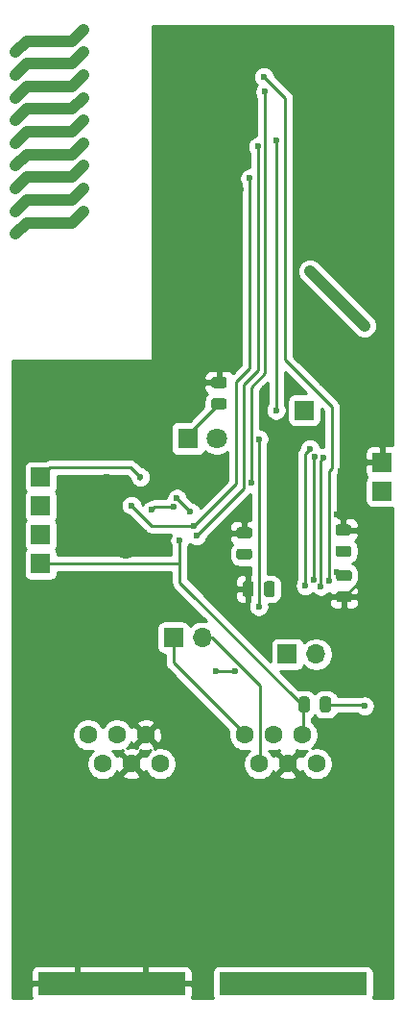
<source format=gbl>
G04 #@! TF.GenerationSoftware,KiCad,Pcbnew,5.1.6-c6e7f7d~87~ubuntu20.04.1*
G04 #@! TF.CreationDate,2020-07-20T11:44:09+02:00*
G04 #@! TF.ProjectId,weerstasie,77656572-7374-4617-9369-652e6b696361,rev?*
G04 #@! TF.SameCoordinates,Original*
G04 #@! TF.FileFunction,Copper,L2,Bot*
G04 #@! TF.FilePolarity,Positive*
%FSLAX46Y46*%
G04 Gerber Fmt 4.6, Leading zero omitted, Abs format (unit mm)*
G04 Created by KiCad (PCBNEW 5.1.6-c6e7f7d~87~ubuntu20.04.1) date 2020-07-20 11:44:09*
%MOMM*%
%LPD*%
G01*
G04 APERTURE LIST*
G04 #@! TA.AperFunction,EtchedComponent*
%ADD10C,1.000000*%
G04 #@! TD*
G04 #@! TA.AperFunction,ComponentPad*
%ADD11R,1.700000X1.700000*%
G04 #@! TD*
G04 #@! TA.AperFunction,ComponentPad*
%ADD12O,1.700000X1.700000*%
G04 #@! TD*
G04 #@! TA.AperFunction,ComponentPad*
%ADD13R,1.800000X1.800000*%
G04 #@! TD*
G04 #@! TA.AperFunction,ComponentPad*
%ADD14C,1.800000*%
G04 #@! TD*
G04 #@! TA.AperFunction,ComponentPad*
%ADD15R,7.000000X2.000000*%
G04 #@! TD*
G04 #@! TA.AperFunction,ViaPad*
%ADD16C,1.000000*%
G04 #@! TD*
G04 #@! TA.AperFunction,ComponentPad*
%ADD17C,3.250000*%
G04 #@! TD*
G04 #@! TA.AperFunction,ComponentPad*
%ADD18C,1.600000*%
G04 #@! TD*
G04 #@! TA.AperFunction,ViaPad*
%ADD19C,2.200000*%
G04 #@! TD*
G04 #@! TA.AperFunction,ViaPad*
%ADD20C,0.600000*%
G04 #@! TD*
G04 #@! TA.AperFunction,Conductor*
%ADD21C,0.250000*%
G04 #@! TD*
G04 #@! TA.AperFunction,Conductor*
%ADD22C,1.000000*%
G04 #@! TD*
G04 #@! TA.AperFunction,Conductor*
%ADD23C,0.254000*%
G04 #@! TD*
G04 APERTURE END LIST*
D10*
X106000000Y-48000000D02*
X107000000Y-47000000D01*
X102000000Y-48000000D02*
X106000000Y-48000000D01*
X101000000Y-49000000D02*
X102000000Y-48000000D01*
X106000000Y-50000000D02*
X107000000Y-49000000D01*
X102000000Y-50000000D02*
X106000000Y-50000000D01*
X101000000Y-51000000D02*
X102000000Y-50000000D01*
X106000000Y-52000000D02*
X107000000Y-51000000D01*
X102000000Y-52000000D02*
X106000000Y-52000000D01*
X101000000Y-53000000D02*
X102000000Y-52000000D01*
X106000000Y-54000000D02*
X107000000Y-53000000D01*
X102000000Y-54000000D02*
X106000000Y-54000000D01*
X101000000Y-55000000D02*
X102000000Y-54000000D01*
X106000000Y-56000000D02*
X107000000Y-55000000D01*
X102000000Y-56000000D02*
X106000000Y-56000000D01*
X101000000Y-57000000D02*
X102000000Y-56000000D01*
X106000000Y-58000000D02*
X107000000Y-57000000D01*
X102000000Y-58000000D02*
X106000000Y-58000000D01*
X101000000Y-59000000D02*
X102000000Y-58000000D01*
X106000000Y-60000000D02*
X107000000Y-59000000D01*
X102000000Y-60000000D02*
X106000000Y-60000000D01*
X101000000Y-61000000D02*
X102000000Y-60000000D01*
X106000000Y-62000000D02*
X107000000Y-61000000D01*
X102000000Y-62000000D02*
X106000000Y-62000000D01*
X101000000Y-63000000D02*
X102000000Y-62000000D01*
X106000000Y-64000000D02*
X107000000Y-63000000D01*
X102000000Y-64000000D02*
X106000000Y-64000000D01*
X101000000Y-65000000D02*
X102000000Y-64000000D01*
G04 #@! TA.AperFunction,SMDPad,CuDef*
G36*
G01*
X126979500Y-105969750D02*
X126979500Y-106882250D01*
G75*
G02*
X126735750Y-107126000I-243750J0D01*
G01*
X126248250Y-107126000D01*
G75*
G02*
X126004500Y-106882250I0J243750D01*
G01*
X126004500Y-105969750D01*
G75*
G02*
X126248250Y-105726000I243750J0D01*
G01*
X126735750Y-105726000D01*
G75*
G02*
X126979500Y-105969750I0J-243750D01*
G01*
G37*
G04 #@! TD.AperFunction*
G04 #@! TA.AperFunction,SMDPad,CuDef*
G36*
G01*
X128854500Y-105969750D02*
X128854500Y-106882250D01*
G75*
G02*
X128610750Y-107126000I-243750J0D01*
G01*
X128123250Y-107126000D01*
G75*
G02*
X127879500Y-106882250I0J243750D01*
G01*
X127879500Y-105969750D01*
G75*
G02*
X128123250Y-105726000I243750J0D01*
G01*
X128610750Y-105726000D01*
G75*
G02*
X128854500Y-105969750I0J-243750D01*
G01*
G37*
G04 #@! TD.AperFunction*
G04 #@! TA.AperFunction,SMDPad,CuDef*
G36*
G01*
X118517350Y-79467100D02*
X119429850Y-79467100D01*
G75*
G02*
X119673600Y-79710850I0J-243750D01*
G01*
X119673600Y-80198350D01*
G75*
G02*
X119429850Y-80442100I-243750J0D01*
G01*
X118517350Y-80442100D01*
G75*
G02*
X118273600Y-80198350I0J243750D01*
G01*
X118273600Y-79710850D01*
G75*
G02*
X118517350Y-79467100I243750J0D01*
G01*
G37*
G04 #@! TD.AperFunction*
G04 #@! TA.AperFunction,SMDPad,CuDef*
G36*
G01*
X118517350Y-77592100D02*
X119429850Y-77592100D01*
G75*
G02*
X119673600Y-77835850I0J-243750D01*
G01*
X119673600Y-78323350D01*
G75*
G02*
X119429850Y-78567100I-243750J0D01*
G01*
X118517350Y-78567100D01*
G75*
G02*
X118273600Y-78323350I0J243750D01*
G01*
X118273600Y-77835850D01*
G75*
G02*
X118517350Y-77592100I243750J0D01*
G01*
G37*
G04 #@! TD.AperFunction*
D11*
X126492000Y-80518000D03*
X125000000Y-102000000D03*
D12*
X127540000Y-102000000D03*
D11*
X114960400Y-100533200D03*
D12*
X117500400Y-100533200D03*
D13*
X116250000Y-83000000D03*
D14*
X118790000Y-83000000D03*
D11*
X133350000Y-87630000D03*
X103225600Y-86410800D03*
X103225600Y-91490800D03*
X103225600Y-94030800D03*
X133350000Y-85090000D03*
X103225600Y-88950800D03*
D15*
X106500000Y-131000000D03*
X112500000Y-131000000D03*
X122500000Y-131000000D03*
X128500000Y-131000000D03*
D16*
X107000000Y-47000000D03*
X101000000Y-49000000D03*
X107000000Y-49000000D03*
X101000000Y-51000000D03*
X107000000Y-51000000D03*
X101000000Y-53000000D03*
X107000000Y-53000000D03*
X101000000Y-55000000D03*
X107000000Y-55000000D03*
X101000000Y-57000000D03*
X107000000Y-57000000D03*
X101000000Y-59000000D03*
X107000000Y-59000000D03*
X101000000Y-61000000D03*
X107000000Y-61000000D03*
X101000000Y-63000000D03*
X107000000Y-63000000D03*
X101000000Y-65000000D03*
G04 #@! TA.AperFunction,SMDPad,CuDef*
G36*
G01*
X121665050Y-93677800D02*
X120752550Y-93677800D01*
G75*
G02*
X120508800Y-93434050I0J243750D01*
G01*
X120508800Y-92946550D01*
G75*
G02*
X120752550Y-92702800I243750J0D01*
G01*
X121665050Y-92702800D01*
G75*
G02*
X121908800Y-92946550I0J-243750D01*
G01*
X121908800Y-93434050D01*
G75*
G02*
X121665050Y-93677800I-243750J0D01*
G01*
G37*
G04 #@! TD.AperFunction*
G04 #@! TA.AperFunction,SMDPad,CuDef*
G36*
G01*
X121665050Y-91802800D02*
X120752550Y-91802800D01*
G75*
G02*
X120508800Y-91559050I0J243750D01*
G01*
X120508800Y-91071550D01*
G75*
G02*
X120752550Y-90827800I243750J0D01*
G01*
X121665050Y-90827800D01*
G75*
G02*
X121908800Y-91071550I0J-243750D01*
G01*
X121908800Y-91559050D01*
G75*
G02*
X121665050Y-91802800I-243750J0D01*
G01*
G37*
G04 #@! TD.AperFunction*
G04 #@! TA.AperFunction,SMDPad,CuDef*
G36*
G01*
X130402650Y-91548800D02*
X129490150Y-91548800D01*
G75*
G02*
X129246400Y-91305050I0J243750D01*
G01*
X129246400Y-90817550D01*
G75*
G02*
X129490150Y-90573800I243750J0D01*
G01*
X130402650Y-90573800D01*
G75*
G02*
X130646400Y-90817550I0J-243750D01*
G01*
X130646400Y-91305050D01*
G75*
G02*
X130402650Y-91548800I-243750J0D01*
G01*
G37*
G04 #@! TD.AperFunction*
G04 #@! TA.AperFunction,SMDPad,CuDef*
G36*
G01*
X130402650Y-93423800D02*
X129490150Y-93423800D01*
G75*
G02*
X129246400Y-93180050I0J243750D01*
G01*
X129246400Y-92692550D01*
G75*
G02*
X129490150Y-92448800I243750J0D01*
G01*
X130402650Y-92448800D01*
G75*
G02*
X130646400Y-92692550I0J-243750D01*
G01*
X130646400Y-93180050D01*
G75*
G02*
X130402650Y-93423800I-243750J0D01*
G01*
G37*
G04 #@! TD.AperFunction*
G04 #@! TA.AperFunction,SMDPad,CuDef*
G36*
G01*
X123903800Y-95809750D02*
X123903800Y-96722250D01*
G75*
G02*
X123660050Y-96966000I-243750J0D01*
G01*
X123172550Y-96966000D01*
G75*
G02*
X122928800Y-96722250I0J243750D01*
G01*
X122928800Y-95809750D01*
G75*
G02*
X123172550Y-95566000I243750J0D01*
G01*
X123660050Y-95566000D01*
G75*
G02*
X123903800Y-95809750I0J-243750D01*
G01*
G37*
G04 #@! TD.AperFunction*
G04 #@! TA.AperFunction,SMDPad,CuDef*
G36*
G01*
X122028800Y-95809750D02*
X122028800Y-96722250D01*
G75*
G02*
X121785050Y-96966000I-243750J0D01*
G01*
X121297550Y-96966000D01*
G75*
G02*
X121053800Y-96722250I0J243750D01*
G01*
X121053800Y-95809750D01*
G75*
G02*
X121297550Y-95566000I243750J0D01*
G01*
X121785050Y-95566000D01*
G75*
G02*
X122028800Y-95809750I0J-243750D01*
G01*
G37*
G04 #@! TD.AperFunction*
G04 #@! TA.AperFunction,SMDPad,CuDef*
G36*
G01*
X129540950Y-96462000D02*
X130453450Y-96462000D01*
G75*
G02*
X130697200Y-96705750I0J-243750D01*
G01*
X130697200Y-97193250D01*
G75*
G02*
X130453450Y-97437000I-243750J0D01*
G01*
X129540950Y-97437000D01*
G75*
G02*
X129297200Y-97193250I0J243750D01*
G01*
X129297200Y-96705750D01*
G75*
G02*
X129540950Y-96462000I243750J0D01*
G01*
G37*
G04 #@! TD.AperFunction*
G04 #@! TA.AperFunction,SMDPad,CuDef*
G36*
G01*
X129540950Y-94587000D02*
X130453450Y-94587000D01*
G75*
G02*
X130697200Y-94830750I0J-243750D01*
G01*
X130697200Y-95318250D01*
G75*
G02*
X130453450Y-95562000I-243750J0D01*
G01*
X129540950Y-95562000D01*
G75*
G02*
X129297200Y-95318250I0J243750D01*
G01*
X129297200Y-94830750D01*
G75*
G02*
X129540950Y-94587000I243750J0D01*
G01*
G37*
G04 #@! TD.AperFunction*
D17*
X105520000Y-118000000D03*
D18*
X113775000Y-111650000D03*
X112505000Y-109110000D03*
X111235000Y-111650000D03*
X109965000Y-109110000D03*
X108695000Y-111650000D03*
X107425000Y-109110000D03*
D17*
X115680000Y-118000000D03*
X129480000Y-118000000D03*
D18*
X121225000Y-109110000D03*
X122495000Y-111650000D03*
X123765000Y-109110000D03*
X125035000Y-111650000D03*
X126305000Y-109110000D03*
X127575000Y-111650000D03*
D17*
X119320000Y-118000000D03*
D19*
X109067600Y-87223600D03*
X108407200Y-90525600D03*
X110744000Y-92506800D03*
X109728000Y-83820000D03*
X113400000Y-79800000D03*
X109728000Y-78740000D03*
D20*
X115000000Y-66500000D03*
X121200000Y-90000000D03*
X134000000Y-124000000D03*
X134000000Y-120000000D03*
X134000000Y-116000000D03*
X134000000Y-112000000D03*
X134000000Y-108000000D03*
X124000000Y-128500000D03*
X134000000Y-132000000D03*
X134000000Y-128000000D03*
X134000000Y-83000000D03*
X134000000Y-79000000D03*
X134000000Y-75000000D03*
X134000000Y-71000000D03*
X134000000Y-67000000D03*
X113500000Y-66500000D03*
X113500000Y-68000000D03*
X113500000Y-69500000D03*
X113500000Y-71000000D03*
X113500000Y-72500000D03*
X113500000Y-74000000D03*
X113500000Y-75500000D03*
X112500000Y-76500000D03*
X111000000Y-76500000D03*
X109500000Y-76500000D03*
X108000000Y-76500000D03*
X106500000Y-76500000D03*
X105000000Y-76500000D03*
X103500000Y-76500000D03*
X102000000Y-76500000D03*
X101000000Y-77500000D03*
X101000000Y-131000000D03*
X101000000Y-127000000D03*
X101000000Y-123000000D03*
X101000000Y-119000000D03*
X101000000Y-115000000D03*
X101000000Y-111000000D03*
X101000000Y-107000000D03*
X101000000Y-103000000D03*
X101000000Y-99000000D03*
X101000000Y-95000000D03*
X101000000Y-91000000D03*
X101000000Y-87000000D03*
X101000000Y-83000000D03*
X101000000Y-79000000D03*
X113500000Y-60500000D03*
X113500000Y-59000000D03*
X113500000Y-57500000D03*
X113500000Y-56000000D03*
X113500000Y-54500000D03*
X113500000Y-53000000D03*
X113500000Y-51500000D03*
X113500000Y-50000000D03*
X113500000Y-48500000D03*
X113500000Y-47000000D03*
X118000000Y-47000000D03*
X116500000Y-47000000D03*
X115000000Y-47000000D03*
X121000000Y-128500000D03*
X129500000Y-54000000D03*
X133000000Y-51000000D03*
X133000000Y-54000000D03*
X133000000Y-57000000D03*
X133553200Y-61010800D03*
X125628400Y-93167200D03*
X124968000Y-94742000D03*
X132029200Y-94132400D03*
X113500000Y-62000000D03*
X129387600Y-89662000D03*
X124968000Y-89865200D03*
X121107200Y-94488000D03*
X126238000Y-98145600D03*
X107645200Y-104546400D03*
X103632000Y-107797600D03*
X132334000Y-100787200D03*
X134061200Y-102819200D03*
X127965200Y-71628000D03*
X125780800Y-61163200D03*
X120700800Y-69342000D03*
X110388400Y-105460800D03*
X117043200Y-112522000D03*
X116738400Y-106680000D03*
X125780800Y-57505600D03*
X120904000Y-61112400D03*
X119786400Y-65989200D03*
X126034800Y-70002400D03*
X116586000Y-66548000D03*
X115366800Y-63347600D03*
X117297200Y-63246000D03*
X117754400Y-61366400D03*
X129743198Y-85902800D03*
X124866400Y-86715600D03*
X127304800Y-82143600D03*
X123139200Y-82194400D03*
X125882400Y-75641200D03*
X128066800Y-78079600D03*
X131267200Y-87630000D03*
X132537200Y-92303600D03*
X113944400Y-102311200D03*
X124002800Y-114655600D03*
X121869200Y-50800000D03*
X122123200Y-56032400D03*
X125730000Y-51663600D03*
X118059200Y-50901600D03*
X127406400Y-104597200D03*
X117398800Y-76403200D03*
X120548400Y-76250800D03*
D19*
X116586000Y-79705200D03*
D20*
X121513600Y-98247200D03*
X107950000Y-102463600D03*
X116840000Y-93472000D03*
D19*
X109728000Y-81280000D03*
X115773200Y-85902800D03*
D20*
X124968000Y-77622400D03*
X123037600Y-78638400D03*
X111963200Y-95046800D03*
X104952800Y-95148400D03*
X105003600Y-93014800D03*
X104952800Y-86563200D03*
X104749600Y-84582000D03*
X106934000Y-114452400D03*
X127711200Y-107899200D03*
X123478800Y-96266000D03*
X129336800Y-94792800D03*
X121208800Y-93252800D03*
X131799999Y-73076401D03*
X127000000Y-68276402D03*
X131805001Y-106557401D03*
X118675000Y-103530400D03*
X120434500Y-103530400D03*
X121700000Y-60100000D03*
X116795744Y-90708812D03*
X111251998Y-88899994D03*
X116992400Y-91592400D03*
X122400000Y-57300000D03*
X112025000Y-86399804D03*
X124002798Y-56794400D03*
X114950064Y-89025718D03*
X113030000Y-89306400D03*
X124002800Y-80518000D03*
X115520991Y-91970090D03*
X116433600Y-89458800D03*
X115265200Y-88290400D03*
X123037600Y-52476400D03*
X121818400Y-86918800D03*
X128676400Y-95504000D03*
X122936000Y-51155600D03*
X126593600Y-95961200D03*
X127000000Y-83921600D03*
X127304800Y-95453200D03*
X127423684Y-84616516D03*
X127965200Y-96012000D03*
X128219394Y-84699370D03*
X122478800Y-83058000D03*
X122478800Y-97790000D03*
X129900000Y-93200000D03*
D21*
X109800000Y-83200000D02*
X109800000Y-84200000D01*
X103000000Y-83000000D02*
X103000000Y-78600000D01*
X121208800Y-91252800D02*
X121208800Y-90008800D01*
X121208800Y-90008800D02*
X121200000Y-90000000D01*
X134000000Y-104000000D02*
X134000000Y-106000000D01*
X134000000Y-126000000D02*
X134000000Y-124000000D01*
X134000000Y-122000000D02*
X134000000Y-120000000D01*
X134000000Y-118000000D02*
X134000000Y-116000000D01*
X134000000Y-114000000D02*
X134000000Y-112000000D01*
X134000000Y-110000000D02*
X134000000Y-108000000D01*
X124000000Y-128500000D02*
X133500000Y-128500000D01*
X134000000Y-130000000D02*
X134000000Y-132000000D01*
X133500000Y-128500000D02*
X134000000Y-128000000D01*
X133000000Y-60000000D02*
X133000000Y-66000000D01*
X134000000Y-77000000D02*
X134000000Y-79000000D01*
X134000000Y-73000000D02*
X134000000Y-75000000D01*
X134000000Y-69000000D02*
X134000000Y-71000000D01*
X133000000Y-66000000D02*
X134000000Y-67000000D01*
X101000000Y-77500000D02*
X101000000Y-78500000D01*
X113500000Y-68000000D02*
X113500000Y-69500000D01*
X113500000Y-71000000D02*
X113500000Y-72500000D01*
X113500000Y-74000000D02*
X113500000Y-75500000D01*
X112500000Y-76500000D02*
X111000000Y-76500000D01*
X109500000Y-76500000D02*
X108000000Y-76500000D01*
X106500000Y-76500000D02*
X105000000Y-76500000D01*
X103500000Y-76500000D02*
X102000000Y-76500000D01*
X113500000Y-62000000D02*
X113500000Y-66500000D01*
X101000000Y-129000000D02*
X101000000Y-131000000D01*
X101000000Y-128000000D02*
X101000000Y-127000000D01*
X101000000Y-125000000D02*
X101000000Y-128000000D01*
X101000000Y-121000000D02*
X101000000Y-123000000D01*
X101000000Y-117000000D02*
X101000000Y-119000000D01*
X101000000Y-113000000D02*
X101000000Y-115000000D01*
X101000000Y-109000000D02*
X101000000Y-111000000D01*
X101000000Y-105000000D02*
X101000000Y-107000000D01*
X101000000Y-101000000D02*
X101000000Y-103000000D01*
X101000000Y-97000000D02*
X101000000Y-99000000D01*
X101000000Y-93000000D02*
X101000000Y-95000000D01*
X101000000Y-89000000D02*
X101000000Y-91000000D01*
X101000000Y-85000000D02*
X101000000Y-87000000D01*
X101000000Y-81000000D02*
X101000000Y-83000000D01*
X101000000Y-78500000D02*
X101000000Y-79000000D01*
X113500000Y-47000000D02*
X115000000Y-47000000D01*
X113500000Y-59000000D02*
X113500000Y-57500000D01*
X113500000Y-56000000D02*
X113500000Y-54500000D01*
X113500000Y-53000000D02*
X113500000Y-51500000D01*
X113500000Y-50000000D02*
X113500000Y-48500000D01*
X113500000Y-62000000D02*
X113500000Y-60500000D01*
X116500000Y-47000000D02*
X118000000Y-47000000D01*
X121000000Y-128500000D02*
X124000000Y-128500000D01*
X133000000Y-54000000D02*
X129500000Y-54000000D01*
X133000000Y-51000000D02*
X133000000Y-54000000D01*
X133000000Y-57000000D02*
X133000000Y-60000000D01*
X125628400Y-93167200D02*
X125628400Y-94081600D01*
X125628400Y-94081600D02*
X124968000Y-94742000D01*
X132080000Y-94929200D02*
X129997200Y-97012000D01*
X132080000Y-94183200D02*
X132080000Y-94929200D01*
X132029200Y-94132400D02*
X132080000Y-94183200D01*
X121107200Y-94488000D02*
X121107200Y-94538800D01*
X129997200Y-95012000D02*
X129556000Y-95012000D01*
X129556000Y-95012000D02*
X129336800Y-94792800D01*
D22*
X131799999Y-73076401D02*
X127000000Y-68276402D01*
D21*
X131673600Y-106426000D02*
X131805001Y-106557401D01*
X128367000Y-106426000D02*
X131673600Y-106426000D01*
X118675000Y-103530400D02*
X120434500Y-103530400D01*
X120500000Y-78000000D02*
X120500000Y-87004556D01*
X120500000Y-87004556D02*
X116795744Y-90708812D01*
X121700000Y-60100000D02*
X121700000Y-76800000D01*
X121700000Y-76800000D02*
X120500000Y-78000000D01*
X116795744Y-90708812D02*
X113060816Y-90708812D01*
X113060816Y-90708812D02*
X111251998Y-88899994D01*
X121158000Y-87426800D02*
X116992400Y-91592400D01*
X121158000Y-78242000D02*
X121158000Y-87426800D01*
X122400000Y-77000000D02*
X121158000Y-78242000D01*
X122400000Y-57300000D02*
X122400000Y-77000000D01*
X111963200Y-86563200D02*
X112000000Y-86600000D01*
X112000000Y-86600000D02*
X112000000Y-86424804D01*
X112000000Y-86424804D02*
X112025000Y-86399804D01*
X111172396Y-85547200D02*
X112025000Y-86399804D01*
X104089200Y-85547200D02*
X111172396Y-85547200D01*
X103225600Y-86410800D02*
X104089200Y-85547200D01*
X124002800Y-56794402D02*
X124002798Y-56794400D01*
X124002800Y-80518000D02*
X124002800Y-56794402D01*
X113310682Y-89025718D02*
X113030000Y-89306400D01*
X114950064Y-89025718D02*
X113310682Y-89025718D01*
X126405000Y-109110000D02*
X126405000Y-106582398D01*
X126405000Y-106582398D02*
X115520991Y-95698389D01*
X115519200Y-94996000D02*
X115520991Y-94997791D01*
X115520991Y-95698389D02*
X115520991Y-94997791D01*
X115519200Y-94030800D02*
X115520991Y-94029009D01*
X103225600Y-94030800D02*
X115519200Y-94030800D01*
X115520991Y-94029009D02*
X115520991Y-91970090D01*
X115520991Y-94997791D02*
X115520991Y-94029009D01*
X116433600Y-89458800D02*
X115265200Y-88290400D01*
X123037600Y-52476400D02*
X123037600Y-77262400D01*
X121818400Y-78481600D02*
X121818400Y-86918800D01*
X123037600Y-77262400D02*
X121818400Y-78481600D01*
X124815600Y-53035200D02*
X122936000Y-51155600D01*
X124815600Y-76098400D02*
X124815600Y-53035200D01*
X128930400Y-80213200D02*
X124815600Y-76098400D01*
X128930400Y-85587398D02*
X128930400Y-80213200D01*
X128676400Y-85841398D02*
X128930400Y-85587398D01*
X128676400Y-95504000D02*
X128676400Y-85841398D01*
X126593600Y-95961200D02*
X126593600Y-84328000D01*
X126644400Y-84277200D02*
X127000000Y-83921600D01*
X126593600Y-84328000D02*
X126644400Y-84277200D01*
X127304800Y-95453200D02*
X127304800Y-84735400D01*
X127304800Y-84735400D02*
X127423684Y-84616516D01*
X127965200Y-84953564D02*
X128219394Y-84699370D01*
X127965200Y-96012000D02*
X127965200Y-84953564D01*
X116250000Y-82678200D02*
X118973600Y-79954600D01*
X116250000Y-83000000D02*
X116250000Y-82678200D01*
X122478800Y-96367600D02*
X122478800Y-83058000D01*
X122478800Y-97790000D02*
X122478800Y-96367600D01*
X129900000Y-93200000D02*
X129946400Y-93153600D01*
X129946400Y-93153600D02*
X129946400Y-92998800D01*
X122595000Y-104765898D02*
X122595000Y-111650000D01*
X118362302Y-100533200D02*
X122595000Y-104765898D01*
X117500400Y-100533200D02*
X118362302Y-100533200D01*
X114960400Y-102745400D02*
X121325000Y-109110000D01*
X114960400Y-100533200D02*
X114960400Y-102745400D01*
D23*
G36*
X134290001Y-83610792D02*
G01*
X134200000Y-83601928D01*
X133635750Y-83605000D01*
X133477000Y-83763750D01*
X133477000Y-84963000D01*
X133497000Y-84963000D01*
X133497000Y-85217000D01*
X133477000Y-85217000D01*
X133477000Y-85237000D01*
X133223000Y-85237000D01*
X133223000Y-85217000D01*
X132023750Y-85217000D01*
X131865000Y-85375750D01*
X131861928Y-85940000D01*
X131874188Y-86064482D01*
X131910498Y-86184180D01*
X131969463Y-86294494D01*
X132023222Y-86360000D01*
X131969463Y-86425506D01*
X131910498Y-86535820D01*
X131874188Y-86655518D01*
X131861928Y-86780000D01*
X131861928Y-88480000D01*
X131874188Y-88604482D01*
X131910498Y-88724180D01*
X131969463Y-88834494D01*
X132048815Y-88931185D01*
X132145506Y-89010537D01*
X132255820Y-89069502D01*
X132375518Y-89105812D01*
X132500000Y-89118072D01*
X134200000Y-89118072D01*
X134290001Y-89109208D01*
X134290000Y-132290000D01*
X132565010Y-132290000D01*
X132589502Y-132244180D01*
X132625812Y-132124482D01*
X132638072Y-132000000D01*
X132638072Y-130000000D01*
X132625812Y-129875518D01*
X132589502Y-129755820D01*
X132530537Y-129645506D01*
X132451185Y-129548815D01*
X132354494Y-129469463D01*
X132244180Y-129410498D01*
X132124482Y-129374188D01*
X132000000Y-129361928D01*
X119000000Y-129361928D01*
X118875518Y-129374188D01*
X118755820Y-129410498D01*
X118645506Y-129469463D01*
X118548815Y-129548815D01*
X118469463Y-129645506D01*
X118410498Y-129755820D01*
X118374188Y-129875518D01*
X118361928Y-130000000D01*
X118361928Y-132000000D01*
X118374188Y-132124482D01*
X118410498Y-132244180D01*
X118434990Y-132290000D01*
X116565010Y-132290000D01*
X116589502Y-132244180D01*
X116625812Y-132124482D01*
X116638072Y-132000000D01*
X116635000Y-131285750D01*
X116476250Y-131127000D01*
X112627000Y-131127000D01*
X112627000Y-131147000D01*
X112373000Y-131147000D01*
X112373000Y-131127000D01*
X106627000Y-131127000D01*
X106627000Y-131147000D01*
X106373000Y-131147000D01*
X106373000Y-131127000D01*
X102523750Y-131127000D01*
X102365000Y-131285750D01*
X102361928Y-132000000D01*
X102374188Y-132124482D01*
X102410498Y-132244180D01*
X102434990Y-132290000D01*
X100710000Y-132290000D01*
X100710000Y-130000000D01*
X102361928Y-130000000D01*
X102365000Y-130714250D01*
X102523750Y-130873000D01*
X106373000Y-130873000D01*
X106373000Y-129523750D01*
X106627000Y-129523750D01*
X106627000Y-130873000D01*
X112373000Y-130873000D01*
X112373000Y-129523750D01*
X112627000Y-129523750D01*
X112627000Y-130873000D01*
X116476250Y-130873000D01*
X116635000Y-130714250D01*
X116638072Y-130000000D01*
X116625812Y-129875518D01*
X116589502Y-129755820D01*
X116530537Y-129645506D01*
X116451185Y-129548815D01*
X116354494Y-129469463D01*
X116244180Y-129410498D01*
X116124482Y-129374188D01*
X116000000Y-129361928D01*
X112785750Y-129365000D01*
X112627000Y-129523750D01*
X112373000Y-129523750D01*
X112214250Y-129365000D01*
X110009799Y-129362893D01*
X110000000Y-129361928D01*
X109500000Y-129362406D01*
X109000000Y-129361928D01*
X108990201Y-129362893D01*
X106785750Y-129365000D01*
X106627000Y-129523750D01*
X106373000Y-129523750D01*
X106214250Y-129365000D01*
X103000000Y-129361928D01*
X102875518Y-129374188D01*
X102755820Y-129410498D01*
X102645506Y-129469463D01*
X102548815Y-129548815D01*
X102469463Y-129645506D01*
X102410498Y-129755820D01*
X102374188Y-129875518D01*
X102361928Y-130000000D01*
X100710000Y-130000000D01*
X100710000Y-108968665D01*
X105990000Y-108968665D01*
X105990000Y-109251335D01*
X106045147Y-109528574D01*
X106153320Y-109789727D01*
X106310363Y-110024759D01*
X106510241Y-110224637D01*
X106745273Y-110381680D01*
X107006426Y-110489853D01*
X107283665Y-110545000D01*
X107566335Y-110545000D01*
X107843574Y-110489853D01*
X107856144Y-110484646D01*
X107780241Y-110535363D01*
X107580363Y-110735241D01*
X107423320Y-110970273D01*
X107315147Y-111231426D01*
X107260000Y-111508665D01*
X107260000Y-111791335D01*
X107315147Y-112068574D01*
X107423320Y-112329727D01*
X107580363Y-112564759D01*
X107780241Y-112764637D01*
X108015273Y-112921680D01*
X108276426Y-113029853D01*
X108553665Y-113085000D01*
X108836335Y-113085000D01*
X109113574Y-113029853D01*
X109374727Y-112921680D01*
X109609759Y-112764637D01*
X109731694Y-112642702D01*
X110421903Y-112642702D01*
X110493486Y-112886671D01*
X110748996Y-113007571D01*
X111023184Y-113076300D01*
X111305512Y-113090217D01*
X111585130Y-113048787D01*
X111851292Y-112953603D01*
X111976514Y-112886671D01*
X112048097Y-112642702D01*
X111235000Y-111829605D01*
X110421903Y-112642702D01*
X109731694Y-112642702D01*
X109809637Y-112564759D01*
X109965915Y-112330872D01*
X109998329Y-112391514D01*
X110242298Y-112463097D01*
X111055395Y-111650000D01*
X110242298Y-110836903D01*
X109998329Y-110908486D01*
X109967806Y-110972992D01*
X109966680Y-110970273D01*
X109809637Y-110735241D01*
X109609759Y-110535363D01*
X109533856Y-110484646D01*
X109546426Y-110489853D01*
X109823665Y-110545000D01*
X110106335Y-110545000D01*
X110383574Y-110489853D01*
X110483133Y-110448614D01*
X110421903Y-110657298D01*
X111235000Y-111470395D01*
X112048097Y-110657298D01*
X111988146Y-110452974D01*
X112018996Y-110467571D01*
X112293184Y-110536300D01*
X112575512Y-110550217D01*
X112855130Y-110508787D01*
X112951701Y-110474252D01*
X112860241Y-110535363D01*
X112660363Y-110735241D01*
X112504085Y-110969128D01*
X112471671Y-110908486D01*
X112227702Y-110836903D01*
X111414605Y-111650000D01*
X112227702Y-112463097D01*
X112471671Y-112391514D01*
X112502194Y-112327008D01*
X112503320Y-112329727D01*
X112660363Y-112564759D01*
X112860241Y-112764637D01*
X113095273Y-112921680D01*
X113356426Y-113029853D01*
X113633665Y-113085000D01*
X113916335Y-113085000D01*
X114193574Y-113029853D01*
X114454727Y-112921680D01*
X114689759Y-112764637D01*
X114889637Y-112564759D01*
X115046680Y-112329727D01*
X115154853Y-112068574D01*
X115210000Y-111791335D01*
X115210000Y-111508665D01*
X115154853Y-111231426D01*
X115046680Y-110970273D01*
X114889637Y-110735241D01*
X114689759Y-110535363D01*
X114454727Y-110378320D01*
X114193574Y-110270147D01*
X113916335Y-110215000D01*
X113633665Y-110215000D01*
X113356426Y-110270147D01*
X113256867Y-110311386D01*
X113318097Y-110102702D01*
X112505000Y-109289605D01*
X111691903Y-110102702D01*
X111751854Y-110307026D01*
X111721004Y-110292429D01*
X111446816Y-110223700D01*
X111164488Y-110209783D01*
X110884870Y-110251213D01*
X110788299Y-110285748D01*
X110879759Y-110224637D01*
X111079637Y-110024759D01*
X111235915Y-109790872D01*
X111268329Y-109851514D01*
X111512298Y-109923097D01*
X112325395Y-109110000D01*
X112684605Y-109110000D01*
X113497702Y-109923097D01*
X113741671Y-109851514D01*
X113862571Y-109596004D01*
X113931300Y-109321816D01*
X113945217Y-109039488D01*
X113903787Y-108759870D01*
X113808603Y-108493708D01*
X113741671Y-108368486D01*
X113497702Y-108296903D01*
X112684605Y-109110000D01*
X112325395Y-109110000D01*
X111512298Y-108296903D01*
X111268329Y-108368486D01*
X111237806Y-108432992D01*
X111236680Y-108430273D01*
X111079637Y-108195241D01*
X111001694Y-108117298D01*
X111691903Y-108117298D01*
X112505000Y-108930395D01*
X113318097Y-108117298D01*
X113246514Y-107873329D01*
X112991004Y-107752429D01*
X112716816Y-107683700D01*
X112434488Y-107669783D01*
X112154870Y-107711213D01*
X111888708Y-107806397D01*
X111763486Y-107873329D01*
X111691903Y-108117298D01*
X111001694Y-108117298D01*
X110879759Y-107995363D01*
X110644727Y-107838320D01*
X110383574Y-107730147D01*
X110106335Y-107675000D01*
X109823665Y-107675000D01*
X109546426Y-107730147D01*
X109285273Y-107838320D01*
X109050241Y-107995363D01*
X108850363Y-108195241D01*
X108695000Y-108427759D01*
X108539637Y-108195241D01*
X108339759Y-107995363D01*
X108104727Y-107838320D01*
X107843574Y-107730147D01*
X107566335Y-107675000D01*
X107283665Y-107675000D01*
X107006426Y-107730147D01*
X106745273Y-107838320D01*
X106510241Y-107995363D01*
X106310363Y-108195241D01*
X106153320Y-108430273D01*
X106045147Y-108691426D01*
X105990000Y-108968665D01*
X100710000Y-108968665D01*
X100710000Y-85560800D01*
X101737528Y-85560800D01*
X101737528Y-87260800D01*
X101749788Y-87385282D01*
X101786098Y-87504980D01*
X101845063Y-87615294D01*
X101898822Y-87680800D01*
X101845063Y-87746306D01*
X101786098Y-87856620D01*
X101749788Y-87976318D01*
X101737528Y-88100800D01*
X101737528Y-89800800D01*
X101749788Y-89925282D01*
X101786098Y-90044980D01*
X101845063Y-90155294D01*
X101898822Y-90220800D01*
X101845063Y-90286306D01*
X101786098Y-90396620D01*
X101749788Y-90516318D01*
X101737528Y-90640800D01*
X101737528Y-92340800D01*
X101749788Y-92465282D01*
X101786098Y-92584980D01*
X101845063Y-92695294D01*
X101898822Y-92760800D01*
X101845063Y-92826306D01*
X101786098Y-92936620D01*
X101749788Y-93056318D01*
X101737528Y-93180800D01*
X101737528Y-94880800D01*
X101749788Y-95005282D01*
X101786098Y-95124980D01*
X101845063Y-95235294D01*
X101924415Y-95331985D01*
X102021106Y-95411337D01*
X102131420Y-95470302D01*
X102251118Y-95506612D01*
X102375600Y-95518872D01*
X104075600Y-95518872D01*
X104200082Y-95506612D01*
X104319780Y-95470302D01*
X104430094Y-95411337D01*
X104526785Y-95331985D01*
X104606137Y-95235294D01*
X104665102Y-95124980D01*
X104701412Y-95005282D01*
X104713672Y-94880800D01*
X104713672Y-94790800D01*
X114760991Y-94790800D01*
X114760991Y-94940493D01*
X114755524Y-94996000D01*
X114760991Y-95051506D01*
X114760991Y-95661067D01*
X114757315Y-95698389D01*
X114760991Y-95735711D01*
X114760991Y-95735721D01*
X114771988Y-95847374D01*
X114796529Y-95928275D01*
X114815445Y-95990635D01*
X114886017Y-96122665D01*
X114899402Y-96138974D01*
X114980990Y-96238390D01*
X115009994Y-96262193D01*
X117833083Y-99085282D01*
X117646660Y-99048200D01*
X117354140Y-99048200D01*
X117067242Y-99105268D01*
X116796989Y-99217210D01*
X116553768Y-99379725D01*
X116421913Y-99511580D01*
X116399902Y-99439020D01*
X116340937Y-99328706D01*
X116261585Y-99232015D01*
X116164894Y-99152663D01*
X116054580Y-99093698D01*
X115934882Y-99057388D01*
X115810400Y-99045128D01*
X114110400Y-99045128D01*
X113985918Y-99057388D01*
X113866220Y-99093698D01*
X113755906Y-99152663D01*
X113659215Y-99232015D01*
X113579863Y-99328706D01*
X113520898Y-99439020D01*
X113484588Y-99558718D01*
X113472328Y-99683200D01*
X113472328Y-101383200D01*
X113484588Y-101507682D01*
X113520898Y-101627380D01*
X113579863Y-101737694D01*
X113659215Y-101834385D01*
X113755906Y-101913737D01*
X113866220Y-101972702D01*
X113985918Y-102009012D01*
X114110400Y-102021272D01*
X114200401Y-102021272D01*
X114200401Y-102708068D01*
X114196724Y-102745400D01*
X114200401Y-102782733D01*
X114211398Y-102894386D01*
X114223527Y-102934372D01*
X114254854Y-103037646D01*
X114325426Y-103169676D01*
X114396601Y-103256402D01*
X114420400Y-103285401D01*
X114449398Y-103309199D01*
X119842903Y-108702705D01*
X119790000Y-108968665D01*
X119790000Y-109251335D01*
X119845147Y-109528574D01*
X119953320Y-109789727D01*
X120110363Y-110024759D01*
X120310241Y-110224637D01*
X120545273Y-110381680D01*
X120806426Y-110489853D01*
X121083665Y-110545000D01*
X121366335Y-110545000D01*
X121643574Y-110489853D01*
X121656144Y-110484646D01*
X121580241Y-110535363D01*
X121380363Y-110735241D01*
X121223320Y-110970273D01*
X121115147Y-111231426D01*
X121060000Y-111508665D01*
X121060000Y-111791335D01*
X121115147Y-112068574D01*
X121223320Y-112329727D01*
X121380363Y-112564759D01*
X121580241Y-112764637D01*
X121815273Y-112921680D01*
X122076426Y-113029853D01*
X122353665Y-113085000D01*
X122636335Y-113085000D01*
X122913574Y-113029853D01*
X123174727Y-112921680D01*
X123409759Y-112764637D01*
X123531694Y-112642702D01*
X124221903Y-112642702D01*
X124293486Y-112886671D01*
X124548996Y-113007571D01*
X124823184Y-113076300D01*
X125105512Y-113090217D01*
X125385130Y-113048787D01*
X125651292Y-112953603D01*
X125776514Y-112886671D01*
X125848097Y-112642702D01*
X125035000Y-111829605D01*
X124221903Y-112642702D01*
X123531694Y-112642702D01*
X123609637Y-112564759D01*
X123765915Y-112330872D01*
X123798329Y-112391514D01*
X124042298Y-112463097D01*
X124855395Y-111650000D01*
X124042298Y-110836903D01*
X123798329Y-110908486D01*
X123767806Y-110972992D01*
X123766680Y-110970273D01*
X123609637Y-110735241D01*
X123409759Y-110535363D01*
X123355000Y-110498774D01*
X123355000Y-110491558D01*
X123623665Y-110545000D01*
X123906335Y-110545000D01*
X124183574Y-110489853D01*
X124283133Y-110448614D01*
X124221903Y-110657298D01*
X125035000Y-111470395D01*
X125848097Y-110657298D01*
X125786867Y-110448614D01*
X125886426Y-110489853D01*
X126163665Y-110545000D01*
X126446335Y-110545000D01*
X126723574Y-110489853D01*
X126736144Y-110484646D01*
X126660241Y-110535363D01*
X126460363Y-110735241D01*
X126304085Y-110969128D01*
X126271671Y-110908486D01*
X126027702Y-110836903D01*
X125214605Y-111650000D01*
X126027702Y-112463097D01*
X126271671Y-112391514D01*
X126302194Y-112327008D01*
X126303320Y-112329727D01*
X126460363Y-112564759D01*
X126660241Y-112764637D01*
X126895273Y-112921680D01*
X127156426Y-113029853D01*
X127433665Y-113085000D01*
X127716335Y-113085000D01*
X127993574Y-113029853D01*
X128254727Y-112921680D01*
X128489759Y-112764637D01*
X128689637Y-112564759D01*
X128846680Y-112329727D01*
X128954853Y-112068574D01*
X129010000Y-111791335D01*
X129010000Y-111508665D01*
X128954853Y-111231426D01*
X128846680Y-110970273D01*
X128689637Y-110735241D01*
X128489759Y-110535363D01*
X128254727Y-110378320D01*
X127993574Y-110270147D01*
X127716335Y-110215000D01*
X127433665Y-110215000D01*
X127156426Y-110270147D01*
X127143856Y-110275354D01*
X127219759Y-110224637D01*
X127419637Y-110024759D01*
X127576680Y-109789727D01*
X127684853Y-109528574D01*
X127740000Y-109251335D01*
X127740000Y-108968665D01*
X127684853Y-108691426D01*
X127576680Y-108430273D01*
X127419637Y-108195241D01*
X127219759Y-107995363D01*
X127165000Y-107958774D01*
X127165000Y-107647884D01*
X127225664Y-107615458D01*
X127359292Y-107505792D01*
X127429500Y-107420244D01*
X127499708Y-107505792D01*
X127633336Y-107615458D01*
X127785791Y-107696947D01*
X127951215Y-107747128D01*
X128123250Y-107764072D01*
X128610750Y-107764072D01*
X128782785Y-107747128D01*
X128948209Y-107696947D01*
X129100664Y-107615458D01*
X129234292Y-107505792D01*
X129343958Y-107372164D01*
X129425447Y-107219709D01*
X129435673Y-107186000D01*
X131111310Y-107186000D01*
X131208973Y-107283663D01*
X131362112Y-107385987D01*
X131532272Y-107456469D01*
X131712912Y-107492401D01*
X131897090Y-107492401D01*
X132077730Y-107456469D01*
X132247890Y-107385987D01*
X132401029Y-107283663D01*
X132531263Y-107153429D01*
X132633587Y-107000290D01*
X132704069Y-106830130D01*
X132740001Y-106649490D01*
X132740001Y-106465312D01*
X132704069Y-106284672D01*
X132633587Y-106114512D01*
X132531263Y-105961373D01*
X132401029Y-105831139D01*
X132247890Y-105728815D01*
X132077730Y-105658333D01*
X131897090Y-105622401D01*
X131712912Y-105622401D01*
X131532272Y-105658333D01*
X131513762Y-105666000D01*
X129435673Y-105666000D01*
X129425447Y-105632291D01*
X129343958Y-105479836D01*
X129234292Y-105346208D01*
X129100664Y-105236542D01*
X128948209Y-105155053D01*
X128782785Y-105104872D01*
X128610750Y-105087928D01*
X128123250Y-105087928D01*
X127951215Y-105104872D01*
X127785791Y-105155053D01*
X127633336Y-105236542D01*
X127499708Y-105346208D01*
X127429500Y-105431756D01*
X127359292Y-105346208D01*
X127225664Y-105236542D01*
X127073209Y-105155053D01*
X126907785Y-105104872D01*
X126735750Y-105087928D01*
X126248250Y-105087928D01*
X126076215Y-105104872D01*
X126019485Y-105122081D01*
X124385476Y-103488072D01*
X125850000Y-103488072D01*
X125974482Y-103475812D01*
X126094180Y-103439502D01*
X126204494Y-103380537D01*
X126301185Y-103301185D01*
X126380537Y-103204494D01*
X126439502Y-103094180D01*
X126461513Y-103021620D01*
X126593368Y-103153475D01*
X126836589Y-103315990D01*
X127106842Y-103427932D01*
X127393740Y-103485000D01*
X127686260Y-103485000D01*
X127973158Y-103427932D01*
X128243411Y-103315990D01*
X128486632Y-103153475D01*
X128693475Y-102946632D01*
X128855990Y-102703411D01*
X128967932Y-102433158D01*
X129025000Y-102146260D01*
X129025000Y-101853740D01*
X128967932Y-101566842D01*
X128855990Y-101296589D01*
X128693475Y-101053368D01*
X128486632Y-100846525D01*
X128243411Y-100684010D01*
X127973158Y-100572068D01*
X127686260Y-100515000D01*
X127393740Y-100515000D01*
X127106842Y-100572068D01*
X126836589Y-100684010D01*
X126593368Y-100846525D01*
X126461513Y-100978380D01*
X126439502Y-100905820D01*
X126380537Y-100795506D01*
X126301185Y-100698815D01*
X126204494Y-100619463D01*
X126094180Y-100560498D01*
X125974482Y-100524188D01*
X125850000Y-100511928D01*
X124150000Y-100511928D01*
X124025518Y-100524188D01*
X123905820Y-100560498D01*
X123795506Y-100619463D01*
X123698815Y-100698815D01*
X123619463Y-100795506D01*
X123560498Y-100905820D01*
X123524188Y-101025518D01*
X123511928Y-101150000D01*
X123511928Y-102614524D01*
X117863404Y-96966000D01*
X120415728Y-96966000D01*
X120427988Y-97090482D01*
X120464298Y-97210180D01*
X120523263Y-97320494D01*
X120602615Y-97417185D01*
X120699306Y-97496537D01*
X120809620Y-97555502D01*
X120929318Y-97591812D01*
X121053800Y-97604072D01*
X121255550Y-97601000D01*
X121414300Y-97442250D01*
X121414300Y-96393000D01*
X120577550Y-96393000D01*
X120418800Y-96551750D01*
X120415728Y-96966000D01*
X117863404Y-96966000D01*
X116463404Y-95566000D01*
X120415728Y-95566000D01*
X120418800Y-95980250D01*
X120577550Y-96139000D01*
X121414300Y-96139000D01*
X121414300Y-95089750D01*
X121255550Y-94931000D01*
X121053800Y-94927928D01*
X120929318Y-94940188D01*
X120809620Y-94976498D01*
X120699306Y-95035463D01*
X120602615Y-95114815D01*
X120523263Y-95211506D01*
X120464298Y-95321820D01*
X120427988Y-95441518D01*
X120415728Y-95566000D01*
X116463404Y-95566000D01*
X116280991Y-95383588D01*
X116280991Y-95035114D01*
X116284667Y-94997791D01*
X116280991Y-94960469D01*
X116280991Y-94066331D01*
X116284667Y-94029009D01*
X116280991Y-93991686D01*
X116280991Y-92515625D01*
X116349577Y-92412979D01*
X116390908Y-92313198D01*
X116396372Y-92318662D01*
X116549511Y-92420986D01*
X116719671Y-92491468D01*
X116900311Y-92527400D01*
X117084489Y-92527400D01*
X117265129Y-92491468D01*
X117435289Y-92420986D01*
X117588428Y-92318662D01*
X117718662Y-92188428D01*
X117820986Y-92035289D01*
X117891468Y-91865129D01*
X117915553Y-91744048D01*
X118831801Y-90827800D01*
X119870728Y-90827800D01*
X119873800Y-91029550D01*
X120032550Y-91188300D01*
X121081800Y-91188300D01*
X121081800Y-90351550D01*
X120923050Y-90192800D01*
X120508800Y-90189728D01*
X120384318Y-90201988D01*
X120264620Y-90238298D01*
X120154306Y-90297263D01*
X120057615Y-90376615D01*
X119978263Y-90473306D01*
X119919298Y-90583620D01*
X119882988Y-90703318D01*
X119870728Y-90827800D01*
X118831801Y-90827800D01*
X121669003Y-87990599D01*
X121698001Y-87966801D01*
X121718801Y-87941457D01*
X121718800Y-90191137D01*
X121494550Y-90192800D01*
X121335800Y-90351550D01*
X121335800Y-91188300D01*
X121355800Y-91188300D01*
X121355800Y-91442300D01*
X121335800Y-91442300D01*
X121335800Y-91462300D01*
X121081800Y-91462300D01*
X121081800Y-91442300D01*
X120032550Y-91442300D01*
X119873800Y-91601050D01*
X119870728Y-91802800D01*
X119882988Y-91927282D01*
X119919298Y-92046980D01*
X119978263Y-92157294D01*
X120057615Y-92253985D01*
X120135364Y-92317792D01*
X120129008Y-92323008D01*
X120019342Y-92456636D01*
X119937853Y-92609091D01*
X119887672Y-92774515D01*
X119870728Y-92946550D01*
X119870728Y-93434050D01*
X119887672Y-93606085D01*
X119937853Y-93771509D01*
X120019342Y-93923964D01*
X120129008Y-94057592D01*
X120262636Y-94167258D01*
X120415091Y-94248747D01*
X120580515Y-94298928D01*
X120752550Y-94315872D01*
X121665050Y-94315872D01*
X121718800Y-94310578D01*
X121718800Y-95039250D01*
X121668300Y-95089750D01*
X121668300Y-96139000D01*
X121688300Y-96139000D01*
X121688300Y-96393000D01*
X121668300Y-96393000D01*
X121668300Y-97320043D01*
X121650214Y-97347111D01*
X121579732Y-97517271D01*
X121543800Y-97697911D01*
X121543800Y-97882089D01*
X121579732Y-98062729D01*
X121650214Y-98232889D01*
X121752538Y-98386028D01*
X121882772Y-98516262D01*
X122035911Y-98618586D01*
X122206071Y-98689068D01*
X122386711Y-98725000D01*
X122570889Y-98725000D01*
X122751529Y-98689068D01*
X122921689Y-98618586D01*
X123074828Y-98516262D01*
X123205062Y-98386028D01*
X123307386Y-98232889D01*
X123377868Y-98062729D01*
X123413800Y-97882089D01*
X123413800Y-97697911D01*
X123395134Y-97604072D01*
X123660050Y-97604072D01*
X123832085Y-97587128D01*
X123997509Y-97536947D01*
X124149964Y-97455458D01*
X124172455Y-97437000D01*
X128659128Y-97437000D01*
X128671388Y-97561482D01*
X128707698Y-97681180D01*
X128766663Y-97791494D01*
X128846015Y-97888185D01*
X128942706Y-97967537D01*
X129053020Y-98026502D01*
X129172718Y-98062812D01*
X129297200Y-98075072D01*
X129711450Y-98072000D01*
X129870200Y-97913250D01*
X129870200Y-97076500D01*
X130124200Y-97076500D01*
X130124200Y-97913250D01*
X130282950Y-98072000D01*
X130697200Y-98075072D01*
X130821682Y-98062812D01*
X130941380Y-98026502D01*
X131051694Y-97967537D01*
X131148385Y-97888185D01*
X131227737Y-97791494D01*
X131286702Y-97681180D01*
X131323012Y-97561482D01*
X131335272Y-97437000D01*
X131332200Y-97235250D01*
X131173450Y-97076500D01*
X130124200Y-97076500D01*
X129870200Y-97076500D01*
X128820950Y-97076500D01*
X128662200Y-97235250D01*
X128659128Y-97437000D01*
X124172455Y-97437000D01*
X124283592Y-97345792D01*
X124393258Y-97212164D01*
X124474747Y-97059709D01*
X124524928Y-96894285D01*
X124541872Y-96722250D01*
X124541872Y-95809750D01*
X124524928Y-95637715D01*
X124474747Y-95472291D01*
X124393258Y-95319836D01*
X124283592Y-95186208D01*
X124149964Y-95076542D01*
X123997509Y-94995053D01*
X123832085Y-94944872D01*
X123660050Y-94927928D01*
X123238800Y-94927928D01*
X123238800Y-83603535D01*
X123307386Y-83500889D01*
X123377868Y-83330729D01*
X123413800Y-83150089D01*
X123413800Y-82965911D01*
X123377868Y-82785271D01*
X123307386Y-82615111D01*
X123205062Y-82461972D01*
X123074828Y-82331738D01*
X122921689Y-82229414D01*
X122751529Y-82158932D01*
X122578400Y-82124494D01*
X122578400Y-78796401D01*
X123242800Y-78132002D01*
X123242800Y-79972465D01*
X123174214Y-80075111D01*
X123103732Y-80245271D01*
X123067800Y-80425911D01*
X123067800Y-80610089D01*
X123103732Y-80790729D01*
X123174214Y-80960889D01*
X123276538Y-81114028D01*
X123406772Y-81244262D01*
X123559911Y-81346586D01*
X123730071Y-81417068D01*
X123910711Y-81453000D01*
X124094889Y-81453000D01*
X124275529Y-81417068D01*
X124445689Y-81346586D01*
X124598828Y-81244262D01*
X124729062Y-81114028D01*
X124831386Y-80960889D01*
X124901868Y-80790729D01*
X124937800Y-80610089D01*
X124937800Y-80425911D01*
X124901868Y-80245271D01*
X124831386Y-80075111D01*
X124762800Y-79972465D01*
X124762800Y-77120401D01*
X126672326Y-79029928D01*
X125642000Y-79029928D01*
X125517518Y-79042188D01*
X125397820Y-79078498D01*
X125287506Y-79137463D01*
X125190815Y-79216815D01*
X125111463Y-79313506D01*
X125052498Y-79423820D01*
X125016188Y-79543518D01*
X125003928Y-79668000D01*
X125003928Y-81368000D01*
X125016188Y-81492482D01*
X125052498Y-81612180D01*
X125111463Y-81722494D01*
X125190815Y-81819185D01*
X125287506Y-81898537D01*
X125397820Y-81957502D01*
X125517518Y-81993812D01*
X125642000Y-82006072D01*
X127342000Y-82006072D01*
X127466482Y-81993812D01*
X127586180Y-81957502D01*
X127696494Y-81898537D01*
X127793185Y-81819185D01*
X127872537Y-81722494D01*
X127931502Y-81612180D01*
X127967812Y-81492482D01*
X127980072Y-81368000D01*
X127980072Y-80337674D01*
X128170401Y-80528003D01*
X128170400Y-83764370D01*
X128127305Y-83764370D01*
X127946665Y-83800302D01*
X127930520Y-83806989D01*
X127899068Y-83648871D01*
X127828586Y-83478711D01*
X127726262Y-83325572D01*
X127596028Y-83195338D01*
X127442889Y-83093014D01*
X127272729Y-83022532D01*
X127092089Y-82986600D01*
X126907911Y-82986600D01*
X126727271Y-83022532D01*
X126557111Y-83093014D01*
X126403972Y-83195338D01*
X126273738Y-83325572D01*
X126171414Y-83478711D01*
X126100932Y-83648871D01*
X126077092Y-83768719D01*
X126053600Y-83787999D01*
X126029802Y-83816997D01*
X126029801Y-83816998D01*
X125958626Y-83903724D01*
X125888054Y-84035754D01*
X125844598Y-84179015D01*
X125829924Y-84328000D01*
X125833601Y-84365332D01*
X125833600Y-95415665D01*
X125765014Y-95518311D01*
X125694532Y-95688471D01*
X125658600Y-95869111D01*
X125658600Y-96053289D01*
X125694532Y-96233929D01*
X125765014Y-96404089D01*
X125867338Y-96557228D01*
X125997572Y-96687462D01*
X126150711Y-96789786D01*
X126320871Y-96860268D01*
X126501511Y-96896200D01*
X126685689Y-96896200D01*
X126866329Y-96860268D01*
X127036489Y-96789786D01*
X127189628Y-96687462D01*
X127254000Y-96623090D01*
X127369172Y-96738262D01*
X127522311Y-96840586D01*
X127692471Y-96911068D01*
X127873111Y-96947000D01*
X128057289Y-96947000D01*
X128237929Y-96911068D01*
X128408089Y-96840586D01*
X128561228Y-96738262D01*
X128661803Y-96637687D01*
X128662200Y-96663750D01*
X128820950Y-96822500D01*
X129870200Y-96822500D01*
X129870200Y-96802500D01*
X130124200Y-96802500D01*
X130124200Y-96822500D01*
X131173450Y-96822500D01*
X131332200Y-96663750D01*
X131335272Y-96462000D01*
X131323012Y-96337518D01*
X131286702Y-96217820D01*
X131227737Y-96107506D01*
X131148385Y-96010815D01*
X131070636Y-95947008D01*
X131076992Y-95941792D01*
X131186658Y-95808164D01*
X131268147Y-95655709D01*
X131318328Y-95490285D01*
X131335272Y-95318250D01*
X131335272Y-94830750D01*
X131318328Y-94658715D01*
X131268147Y-94493291D01*
X131186658Y-94340836D01*
X131076992Y-94207208D01*
X130943364Y-94097542D01*
X130790909Y-94016053D01*
X130730391Y-93997695D01*
X130740109Y-93994747D01*
X130892564Y-93913258D01*
X131026192Y-93803592D01*
X131135858Y-93669964D01*
X131217347Y-93517509D01*
X131267528Y-93352085D01*
X131284472Y-93180050D01*
X131284472Y-92692550D01*
X131267528Y-92520515D01*
X131217347Y-92355091D01*
X131135858Y-92202636D01*
X131026192Y-92069008D01*
X131019836Y-92063792D01*
X131097585Y-91999985D01*
X131176937Y-91903294D01*
X131235902Y-91792980D01*
X131272212Y-91673282D01*
X131284472Y-91548800D01*
X131281400Y-91347050D01*
X131122650Y-91188300D01*
X130073400Y-91188300D01*
X130073400Y-91208300D01*
X129819400Y-91208300D01*
X129819400Y-91188300D01*
X129799400Y-91188300D01*
X129799400Y-90934300D01*
X129819400Y-90934300D01*
X129819400Y-90097550D01*
X130073400Y-90097550D01*
X130073400Y-90934300D01*
X131122650Y-90934300D01*
X131281400Y-90775550D01*
X131284472Y-90573800D01*
X131272212Y-90449318D01*
X131235902Y-90329620D01*
X131176937Y-90219306D01*
X131097585Y-90122615D01*
X131000894Y-90043263D01*
X130890580Y-89984298D01*
X130770882Y-89947988D01*
X130646400Y-89935728D01*
X130232150Y-89938800D01*
X130073400Y-90097550D01*
X129819400Y-90097550D01*
X129660650Y-89938800D01*
X129436400Y-89937137D01*
X129436400Y-86156199D01*
X129441398Y-86151201D01*
X129470401Y-86127399D01*
X129565374Y-86011674D01*
X129635946Y-85879645D01*
X129679403Y-85736384D01*
X129690400Y-85624731D01*
X129690400Y-85624722D01*
X129694076Y-85587399D01*
X129690400Y-85550076D01*
X129690400Y-84240000D01*
X131861928Y-84240000D01*
X131865000Y-84804250D01*
X132023750Y-84963000D01*
X133223000Y-84963000D01*
X133223000Y-83763750D01*
X133064250Y-83605000D01*
X132500000Y-83601928D01*
X132375518Y-83614188D01*
X132255820Y-83650498D01*
X132145506Y-83709463D01*
X132048815Y-83788815D01*
X131969463Y-83885506D01*
X131910498Y-83995820D01*
X131874188Y-84115518D01*
X131861928Y-84240000D01*
X129690400Y-84240000D01*
X129690400Y-80250523D01*
X129694076Y-80213200D01*
X129690400Y-80175877D01*
X129690400Y-80175867D01*
X129679403Y-80064214D01*
X129635946Y-79920953D01*
X129574296Y-79805615D01*
X129565374Y-79788923D01*
X129494199Y-79702197D01*
X129470401Y-79673199D01*
X129441403Y-79649401D01*
X125575600Y-75783599D01*
X125575600Y-68276402D01*
X125859509Y-68276402D01*
X125881423Y-68498900D01*
X125946324Y-68712848D01*
X126051717Y-68910024D01*
X126158012Y-69039545D01*
X131036855Y-73918390D01*
X131166376Y-74024685D01*
X131363552Y-74130077D01*
X131577500Y-74194978D01*
X131799999Y-74216892D01*
X132022498Y-74194978D01*
X132236446Y-74130077D01*
X132433622Y-74024685D01*
X132606448Y-73882850D01*
X132748283Y-73710024D01*
X132853675Y-73512848D01*
X132918576Y-73298900D01*
X132940490Y-73076401D01*
X132918576Y-72853902D01*
X132853675Y-72639954D01*
X132748283Y-72442778D01*
X132641988Y-72313257D01*
X127763143Y-67434414D01*
X127633622Y-67328119D01*
X127436446Y-67222726D01*
X127222498Y-67157825D01*
X127000000Y-67135911D01*
X126777502Y-67157825D01*
X126563554Y-67222726D01*
X126366378Y-67328119D01*
X126193552Y-67469954D01*
X126051717Y-67642780D01*
X125946324Y-67839956D01*
X125881423Y-68053904D01*
X125859509Y-68276402D01*
X125575600Y-68276402D01*
X125575600Y-53072523D01*
X125579276Y-53035200D01*
X125575600Y-52997877D01*
X125575600Y-52997867D01*
X125564603Y-52886214D01*
X125521146Y-52742953D01*
X125450574Y-52610924D01*
X125355601Y-52495199D01*
X125326603Y-52471401D01*
X123859153Y-51003952D01*
X123835068Y-50882871D01*
X123764586Y-50712711D01*
X123662262Y-50559572D01*
X123532028Y-50429338D01*
X123378889Y-50327014D01*
X123208729Y-50256532D01*
X123028089Y-50220600D01*
X122843911Y-50220600D01*
X122663271Y-50256532D01*
X122493111Y-50327014D01*
X122339972Y-50429338D01*
X122209738Y-50559572D01*
X122107414Y-50712711D01*
X122036932Y-50882871D01*
X122001000Y-51063511D01*
X122001000Y-51247689D01*
X122036932Y-51428329D01*
X122107414Y-51598489D01*
X122209738Y-51751628D01*
X122324910Y-51866800D01*
X122311338Y-51880372D01*
X122209014Y-52033511D01*
X122138532Y-52203671D01*
X122102600Y-52384311D01*
X122102600Y-52568489D01*
X122138532Y-52749129D01*
X122209014Y-52919289D01*
X122277600Y-53021935D01*
X122277600Y-56371029D01*
X122127271Y-56400932D01*
X121957111Y-56471414D01*
X121803972Y-56573738D01*
X121673738Y-56703972D01*
X121571414Y-56857111D01*
X121500932Y-57027271D01*
X121465000Y-57207911D01*
X121465000Y-57392089D01*
X121500932Y-57572729D01*
X121571414Y-57742889D01*
X121640000Y-57845535D01*
X121640000Y-59165000D01*
X121607911Y-59165000D01*
X121427271Y-59200932D01*
X121257111Y-59271414D01*
X121103972Y-59373738D01*
X120973738Y-59503972D01*
X120871414Y-59657111D01*
X120800932Y-59827271D01*
X120765000Y-60007911D01*
X120765000Y-60192089D01*
X120800932Y-60372729D01*
X120871414Y-60542889D01*
X120940000Y-60645535D01*
X120940001Y-76485197D01*
X120196680Y-77228519D01*
X120124785Y-77140915D01*
X120028094Y-77061563D01*
X119917780Y-77002598D01*
X119798082Y-76966288D01*
X119673600Y-76954028D01*
X119259350Y-76957100D01*
X119100600Y-77115850D01*
X119100600Y-77952600D01*
X119120600Y-77952600D01*
X119120600Y-78206600D01*
X119100600Y-78206600D01*
X119100600Y-78226600D01*
X118846600Y-78226600D01*
X118846600Y-78206600D01*
X117797350Y-78206600D01*
X117638600Y-78365350D01*
X117635528Y-78567100D01*
X117647788Y-78691582D01*
X117684098Y-78811280D01*
X117743063Y-78921594D01*
X117822415Y-79018285D01*
X117900164Y-79082092D01*
X117893808Y-79087308D01*
X117784142Y-79220936D01*
X117702653Y-79373391D01*
X117652472Y-79538815D01*
X117635528Y-79710850D01*
X117635528Y-80198350D01*
X117637278Y-80216120D01*
X116391471Y-81461928D01*
X115350000Y-81461928D01*
X115225518Y-81474188D01*
X115105820Y-81510498D01*
X114995506Y-81569463D01*
X114898815Y-81648815D01*
X114819463Y-81745506D01*
X114760498Y-81855820D01*
X114724188Y-81975518D01*
X114711928Y-82100000D01*
X114711928Y-83900000D01*
X114724188Y-84024482D01*
X114760498Y-84144180D01*
X114819463Y-84254494D01*
X114898815Y-84351185D01*
X114995506Y-84430537D01*
X115105820Y-84489502D01*
X115225518Y-84525812D01*
X115350000Y-84538072D01*
X117150000Y-84538072D01*
X117274482Y-84525812D01*
X117394180Y-84489502D01*
X117504494Y-84430537D01*
X117601185Y-84351185D01*
X117680537Y-84254494D01*
X117739502Y-84144180D01*
X117745056Y-84125873D01*
X117811495Y-84192312D01*
X118062905Y-84360299D01*
X118342257Y-84476011D01*
X118638816Y-84535000D01*
X118941184Y-84535000D01*
X119237743Y-84476011D01*
X119517095Y-84360299D01*
X119740001Y-84211358D01*
X119740001Y-86689753D01*
X117306605Y-89123149D01*
X117262186Y-89015911D01*
X117159862Y-88862772D01*
X117029628Y-88732538D01*
X116876489Y-88630214D01*
X116706329Y-88559732D01*
X116585249Y-88535647D01*
X116188353Y-88138751D01*
X116164268Y-88017671D01*
X116093786Y-87847511D01*
X115991462Y-87694372D01*
X115861228Y-87564138D01*
X115708089Y-87461814D01*
X115537929Y-87391332D01*
X115357289Y-87355400D01*
X115173111Y-87355400D01*
X114992471Y-87391332D01*
X114822311Y-87461814D01*
X114669172Y-87564138D01*
X114538938Y-87694372D01*
X114436614Y-87847511D01*
X114366132Y-88017671D01*
X114330200Y-88198311D01*
X114330200Y-88265718D01*
X113348004Y-88265718D01*
X113310681Y-88262042D01*
X113273358Y-88265718D01*
X113273349Y-88265718D01*
X113161696Y-88276715D01*
X113018435Y-88320172D01*
X112913518Y-88376252D01*
X112757271Y-88407332D01*
X112587111Y-88477814D01*
X112433972Y-88580138D01*
X112303738Y-88710372D01*
X112237023Y-88810218D01*
X112175151Y-88748346D01*
X112151066Y-88627265D01*
X112080584Y-88457105D01*
X111978260Y-88303966D01*
X111848026Y-88173732D01*
X111694887Y-88071408D01*
X111524727Y-88000926D01*
X111344087Y-87964994D01*
X111159909Y-87964994D01*
X110979269Y-88000926D01*
X110809109Y-88071408D01*
X110655970Y-88173732D01*
X110525736Y-88303966D01*
X110423412Y-88457105D01*
X110352930Y-88627265D01*
X110316998Y-88807905D01*
X110316998Y-88992083D01*
X110352930Y-89172723D01*
X110423412Y-89342883D01*
X110525736Y-89496022D01*
X110655970Y-89626256D01*
X110809109Y-89728580D01*
X110979269Y-89799062D01*
X111100350Y-89823147D01*
X112497017Y-91219815D01*
X112520815Y-91248813D01*
X112549813Y-91272611D01*
X112636539Y-91343786D01*
X112768569Y-91414358D01*
X112911830Y-91457815D01*
X113023483Y-91468812D01*
X113023493Y-91468812D01*
X113060816Y-91472488D01*
X113098139Y-91468812D01*
X114731419Y-91468812D01*
X114692405Y-91527201D01*
X114621923Y-91697361D01*
X114585991Y-91878001D01*
X114585991Y-92062179D01*
X114621923Y-92242819D01*
X114692405Y-92412979D01*
X114760992Y-92515626D01*
X114760991Y-93270800D01*
X104713672Y-93270800D01*
X104713672Y-93180800D01*
X104701412Y-93056318D01*
X104665102Y-92936620D01*
X104606137Y-92826306D01*
X104552378Y-92760800D01*
X104606137Y-92695294D01*
X104665102Y-92584980D01*
X104701412Y-92465282D01*
X104713672Y-92340800D01*
X104713672Y-90640800D01*
X104701412Y-90516318D01*
X104665102Y-90396620D01*
X104606137Y-90286306D01*
X104552378Y-90220800D01*
X104606137Y-90155294D01*
X104665102Y-90044980D01*
X104701412Y-89925282D01*
X104713672Y-89800800D01*
X104713672Y-88100800D01*
X104701412Y-87976318D01*
X104665102Y-87856620D01*
X104606137Y-87746306D01*
X104552378Y-87680800D01*
X104606137Y-87615294D01*
X104665102Y-87504980D01*
X104701412Y-87385282D01*
X104713672Y-87260800D01*
X104713672Y-86307200D01*
X110857595Y-86307200D01*
X111101847Y-86551453D01*
X111125932Y-86672533D01*
X111196414Y-86842693D01*
X111298738Y-86995832D01*
X111428972Y-87126066D01*
X111504566Y-87176576D01*
X111575724Y-87234974D01*
X111707753Y-87305546D01*
X111851014Y-87349003D01*
X112000000Y-87363677D01*
X112148985Y-87349003D01*
X112292246Y-87305546D01*
X112308603Y-87296803D01*
X112328844Y-87285984D01*
X112467889Y-87228390D01*
X112621028Y-87126066D01*
X112751262Y-86995832D01*
X112853586Y-86842693D01*
X112924068Y-86672533D01*
X112960000Y-86491893D01*
X112960000Y-86307715D01*
X112924068Y-86127075D01*
X112853586Y-85956915D01*
X112751262Y-85803776D01*
X112621028Y-85673542D01*
X112467889Y-85571218D01*
X112297729Y-85500736D01*
X112176649Y-85476651D01*
X111736199Y-85036202D01*
X111712397Y-85007199D01*
X111596672Y-84912226D01*
X111464643Y-84841654D01*
X111321382Y-84798197D01*
X111209729Y-84787200D01*
X111209718Y-84787200D01*
X111172396Y-84783524D01*
X111135074Y-84787200D01*
X104126523Y-84787200D01*
X104089200Y-84783524D01*
X104051877Y-84787200D01*
X104051867Y-84787200D01*
X103940214Y-84798197D01*
X103796953Y-84841654D01*
X103664924Y-84912226D01*
X103652127Y-84922728D01*
X102375600Y-84922728D01*
X102251118Y-84934988D01*
X102131420Y-84971298D01*
X102021106Y-85030263D01*
X101924415Y-85109615D01*
X101845063Y-85206306D01*
X101786098Y-85316620D01*
X101749788Y-85436318D01*
X101737528Y-85560800D01*
X100710000Y-85560800D01*
X100710000Y-77592100D01*
X117635528Y-77592100D01*
X117638600Y-77793850D01*
X117797350Y-77952600D01*
X118846600Y-77952600D01*
X118846600Y-77115850D01*
X118687850Y-76957100D01*
X118273600Y-76954028D01*
X118149118Y-76966288D01*
X118029420Y-77002598D01*
X117919106Y-77061563D01*
X117822415Y-77140915D01*
X117743063Y-77237606D01*
X117684098Y-77347920D01*
X117647788Y-77467618D01*
X117635528Y-77592100D01*
X100710000Y-77592100D01*
X100710000Y-76127000D01*
X113000000Y-76127000D01*
X113024776Y-76124560D01*
X113048601Y-76117333D01*
X113070557Y-76105597D01*
X113089803Y-76089803D01*
X113105597Y-76070557D01*
X113117333Y-76048601D01*
X113124560Y-76024776D01*
X113127000Y-76000000D01*
X113127000Y-46710000D01*
X134290001Y-46710000D01*
X134290001Y-83610792D01*
G37*
X134290001Y-83610792D02*
X134200000Y-83601928D01*
X133635750Y-83605000D01*
X133477000Y-83763750D01*
X133477000Y-84963000D01*
X133497000Y-84963000D01*
X133497000Y-85217000D01*
X133477000Y-85217000D01*
X133477000Y-85237000D01*
X133223000Y-85237000D01*
X133223000Y-85217000D01*
X132023750Y-85217000D01*
X131865000Y-85375750D01*
X131861928Y-85940000D01*
X131874188Y-86064482D01*
X131910498Y-86184180D01*
X131969463Y-86294494D01*
X132023222Y-86360000D01*
X131969463Y-86425506D01*
X131910498Y-86535820D01*
X131874188Y-86655518D01*
X131861928Y-86780000D01*
X131861928Y-88480000D01*
X131874188Y-88604482D01*
X131910498Y-88724180D01*
X131969463Y-88834494D01*
X132048815Y-88931185D01*
X132145506Y-89010537D01*
X132255820Y-89069502D01*
X132375518Y-89105812D01*
X132500000Y-89118072D01*
X134200000Y-89118072D01*
X134290001Y-89109208D01*
X134290000Y-132290000D01*
X132565010Y-132290000D01*
X132589502Y-132244180D01*
X132625812Y-132124482D01*
X132638072Y-132000000D01*
X132638072Y-130000000D01*
X132625812Y-129875518D01*
X132589502Y-129755820D01*
X132530537Y-129645506D01*
X132451185Y-129548815D01*
X132354494Y-129469463D01*
X132244180Y-129410498D01*
X132124482Y-129374188D01*
X132000000Y-129361928D01*
X119000000Y-129361928D01*
X118875518Y-129374188D01*
X118755820Y-129410498D01*
X118645506Y-129469463D01*
X118548815Y-129548815D01*
X118469463Y-129645506D01*
X118410498Y-129755820D01*
X118374188Y-129875518D01*
X118361928Y-130000000D01*
X118361928Y-132000000D01*
X118374188Y-132124482D01*
X118410498Y-132244180D01*
X118434990Y-132290000D01*
X116565010Y-132290000D01*
X116589502Y-132244180D01*
X116625812Y-132124482D01*
X116638072Y-132000000D01*
X116635000Y-131285750D01*
X116476250Y-131127000D01*
X112627000Y-131127000D01*
X112627000Y-131147000D01*
X112373000Y-131147000D01*
X112373000Y-131127000D01*
X106627000Y-131127000D01*
X106627000Y-131147000D01*
X106373000Y-131147000D01*
X106373000Y-131127000D01*
X102523750Y-131127000D01*
X102365000Y-131285750D01*
X102361928Y-132000000D01*
X102374188Y-132124482D01*
X102410498Y-132244180D01*
X102434990Y-132290000D01*
X100710000Y-132290000D01*
X100710000Y-130000000D01*
X102361928Y-130000000D01*
X102365000Y-130714250D01*
X102523750Y-130873000D01*
X106373000Y-130873000D01*
X106373000Y-129523750D01*
X106627000Y-129523750D01*
X106627000Y-130873000D01*
X112373000Y-130873000D01*
X112373000Y-129523750D01*
X112627000Y-129523750D01*
X112627000Y-130873000D01*
X116476250Y-130873000D01*
X116635000Y-130714250D01*
X116638072Y-130000000D01*
X116625812Y-129875518D01*
X116589502Y-129755820D01*
X116530537Y-129645506D01*
X116451185Y-129548815D01*
X116354494Y-129469463D01*
X116244180Y-129410498D01*
X116124482Y-129374188D01*
X116000000Y-129361928D01*
X112785750Y-129365000D01*
X112627000Y-129523750D01*
X112373000Y-129523750D01*
X112214250Y-129365000D01*
X110009799Y-129362893D01*
X110000000Y-129361928D01*
X109500000Y-129362406D01*
X109000000Y-129361928D01*
X108990201Y-129362893D01*
X106785750Y-129365000D01*
X106627000Y-129523750D01*
X106373000Y-129523750D01*
X106214250Y-129365000D01*
X103000000Y-129361928D01*
X102875518Y-129374188D01*
X102755820Y-129410498D01*
X102645506Y-129469463D01*
X102548815Y-129548815D01*
X102469463Y-129645506D01*
X102410498Y-129755820D01*
X102374188Y-129875518D01*
X102361928Y-130000000D01*
X100710000Y-130000000D01*
X100710000Y-108968665D01*
X105990000Y-108968665D01*
X105990000Y-109251335D01*
X106045147Y-109528574D01*
X106153320Y-109789727D01*
X106310363Y-110024759D01*
X106510241Y-110224637D01*
X106745273Y-110381680D01*
X107006426Y-110489853D01*
X107283665Y-110545000D01*
X107566335Y-110545000D01*
X107843574Y-110489853D01*
X107856144Y-110484646D01*
X107780241Y-110535363D01*
X107580363Y-110735241D01*
X107423320Y-110970273D01*
X107315147Y-111231426D01*
X107260000Y-111508665D01*
X107260000Y-111791335D01*
X107315147Y-112068574D01*
X107423320Y-112329727D01*
X107580363Y-112564759D01*
X107780241Y-112764637D01*
X108015273Y-112921680D01*
X108276426Y-113029853D01*
X108553665Y-113085000D01*
X108836335Y-113085000D01*
X109113574Y-113029853D01*
X109374727Y-112921680D01*
X109609759Y-112764637D01*
X109731694Y-112642702D01*
X110421903Y-112642702D01*
X110493486Y-112886671D01*
X110748996Y-113007571D01*
X111023184Y-113076300D01*
X111305512Y-113090217D01*
X111585130Y-113048787D01*
X111851292Y-112953603D01*
X111976514Y-112886671D01*
X112048097Y-112642702D01*
X111235000Y-111829605D01*
X110421903Y-112642702D01*
X109731694Y-112642702D01*
X109809637Y-112564759D01*
X109965915Y-112330872D01*
X109998329Y-112391514D01*
X110242298Y-112463097D01*
X111055395Y-111650000D01*
X110242298Y-110836903D01*
X109998329Y-110908486D01*
X109967806Y-110972992D01*
X109966680Y-110970273D01*
X109809637Y-110735241D01*
X109609759Y-110535363D01*
X109533856Y-110484646D01*
X109546426Y-110489853D01*
X109823665Y-110545000D01*
X110106335Y-110545000D01*
X110383574Y-110489853D01*
X110483133Y-110448614D01*
X110421903Y-110657298D01*
X111235000Y-111470395D01*
X112048097Y-110657298D01*
X111988146Y-110452974D01*
X112018996Y-110467571D01*
X112293184Y-110536300D01*
X112575512Y-110550217D01*
X112855130Y-110508787D01*
X112951701Y-110474252D01*
X112860241Y-110535363D01*
X112660363Y-110735241D01*
X112504085Y-110969128D01*
X112471671Y-110908486D01*
X112227702Y-110836903D01*
X111414605Y-111650000D01*
X112227702Y-112463097D01*
X112471671Y-112391514D01*
X112502194Y-112327008D01*
X112503320Y-112329727D01*
X112660363Y-112564759D01*
X112860241Y-112764637D01*
X113095273Y-112921680D01*
X113356426Y-113029853D01*
X113633665Y-113085000D01*
X113916335Y-113085000D01*
X114193574Y-113029853D01*
X114454727Y-112921680D01*
X114689759Y-112764637D01*
X114889637Y-112564759D01*
X115046680Y-112329727D01*
X115154853Y-112068574D01*
X115210000Y-111791335D01*
X115210000Y-111508665D01*
X115154853Y-111231426D01*
X115046680Y-110970273D01*
X114889637Y-110735241D01*
X114689759Y-110535363D01*
X114454727Y-110378320D01*
X114193574Y-110270147D01*
X113916335Y-110215000D01*
X113633665Y-110215000D01*
X113356426Y-110270147D01*
X113256867Y-110311386D01*
X113318097Y-110102702D01*
X112505000Y-109289605D01*
X111691903Y-110102702D01*
X111751854Y-110307026D01*
X111721004Y-110292429D01*
X111446816Y-110223700D01*
X111164488Y-110209783D01*
X110884870Y-110251213D01*
X110788299Y-110285748D01*
X110879759Y-110224637D01*
X111079637Y-110024759D01*
X111235915Y-109790872D01*
X111268329Y-109851514D01*
X111512298Y-109923097D01*
X112325395Y-109110000D01*
X112684605Y-109110000D01*
X113497702Y-109923097D01*
X113741671Y-109851514D01*
X113862571Y-109596004D01*
X113931300Y-109321816D01*
X113945217Y-109039488D01*
X113903787Y-108759870D01*
X113808603Y-108493708D01*
X113741671Y-108368486D01*
X113497702Y-108296903D01*
X112684605Y-109110000D01*
X112325395Y-109110000D01*
X111512298Y-108296903D01*
X111268329Y-108368486D01*
X111237806Y-108432992D01*
X111236680Y-108430273D01*
X111079637Y-108195241D01*
X111001694Y-108117298D01*
X111691903Y-108117298D01*
X112505000Y-108930395D01*
X113318097Y-108117298D01*
X113246514Y-107873329D01*
X112991004Y-107752429D01*
X112716816Y-107683700D01*
X112434488Y-107669783D01*
X112154870Y-107711213D01*
X111888708Y-107806397D01*
X111763486Y-107873329D01*
X111691903Y-108117298D01*
X111001694Y-108117298D01*
X110879759Y-107995363D01*
X110644727Y-107838320D01*
X110383574Y-107730147D01*
X110106335Y-107675000D01*
X109823665Y-107675000D01*
X109546426Y-107730147D01*
X109285273Y-107838320D01*
X109050241Y-107995363D01*
X108850363Y-108195241D01*
X108695000Y-108427759D01*
X108539637Y-108195241D01*
X108339759Y-107995363D01*
X108104727Y-107838320D01*
X107843574Y-107730147D01*
X107566335Y-107675000D01*
X107283665Y-107675000D01*
X107006426Y-107730147D01*
X106745273Y-107838320D01*
X106510241Y-107995363D01*
X106310363Y-108195241D01*
X106153320Y-108430273D01*
X106045147Y-108691426D01*
X105990000Y-108968665D01*
X100710000Y-108968665D01*
X100710000Y-85560800D01*
X101737528Y-85560800D01*
X101737528Y-87260800D01*
X101749788Y-87385282D01*
X101786098Y-87504980D01*
X101845063Y-87615294D01*
X101898822Y-87680800D01*
X101845063Y-87746306D01*
X101786098Y-87856620D01*
X101749788Y-87976318D01*
X101737528Y-88100800D01*
X101737528Y-89800800D01*
X101749788Y-89925282D01*
X101786098Y-90044980D01*
X101845063Y-90155294D01*
X101898822Y-90220800D01*
X101845063Y-90286306D01*
X101786098Y-90396620D01*
X101749788Y-90516318D01*
X101737528Y-90640800D01*
X101737528Y-92340800D01*
X101749788Y-92465282D01*
X101786098Y-92584980D01*
X101845063Y-92695294D01*
X101898822Y-92760800D01*
X101845063Y-92826306D01*
X101786098Y-92936620D01*
X101749788Y-93056318D01*
X101737528Y-93180800D01*
X101737528Y-94880800D01*
X101749788Y-95005282D01*
X101786098Y-95124980D01*
X101845063Y-95235294D01*
X101924415Y-95331985D01*
X102021106Y-95411337D01*
X102131420Y-95470302D01*
X102251118Y-95506612D01*
X102375600Y-95518872D01*
X104075600Y-95518872D01*
X104200082Y-95506612D01*
X104319780Y-95470302D01*
X104430094Y-95411337D01*
X104526785Y-95331985D01*
X104606137Y-95235294D01*
X104665102Y-95124980D01*
X104701412Y-95005282D01*
X104713672Y-94880800D01*
X104713672Y-94790800D01*
X114760991Y-94790800D01*
X114760991Y-94940493D01*
X114755524Y-94996000D01*
X114760991Y-95051506D01*
X114760991Y-95661067D01*
X114757315Y-95698389D01*
X114760991Y-95735711D01*
X114760991Y-95735721D01*
X114771988Y-95847374D01*
X114796529Y-95928275D01*
X114815445Y-95990635D01*
X114886017Y-96122665D01*
X114899402Y-96138974D01*
X114980990Y-96238390D01*
X115009994Y-96262193D01*
X117833083Y-99085282D01*
X117646660Y-99048200D01*
X117354140Y-99048200D01*
X117067242Y-99105268D01*
X116796989Y-99217210D01*
X116553768Y-99379725D01*
X116421913Y-99511580D01*
X116399902Y-99439020D01*
X116340937Y-99328706D01*
X116261585Y-99232015D01*
X116164894Y-99152663D01*
X116054580Y-99093698D01*
X115934882Y-99057388D01*
X115810400Y-99045128D01*
X114110400Y-99045128D01*
X113985918Y-99057388D01*
X113866220Y-99093698D01*
X113755906Y-99152663D01*
X113659215Y-99232015D01*
X113579863Y-99328706D01*
X113520898Y-99439020D01*
X113484588Y-99558718D01*
X113472328Y-99683200D01*
X113472328Y-101383200D01*
X113484588Y-101507682D01*
X113520898Y-101627380D01*
X113579863Y-101737694D01*
X113659215Y-101834385D01*
X113755906Y-101913737D01*
X113866220Y-101972702D01*
X113985918Y-102009012D01*
X114110400Y-102021272D01*
X114200401Y-102021272D01*
X114200401Y-102708068D01*
X114196724Y-102745400D01*
X114200401Y-102782733D01*
X114211398Y-102894386D01*
X114223527Y-102934372D01*
X114254854Y-103037646D01*
X114325426Y-103169676D01*
X114396601Y-103256402D01*
X114420400Y-103285401D01*
X114449398Y-103309199D01*
X119842903Y-108702705D01*
X119790000Y-108968665D01*
X119790000Y-109251335D01*
X119845147Y-109528574D01*
X119953320Y-109789727D01*
X120110363Y-110024759D01*
X120310241Y-110224637D01*
X120545273Y-110381680D01*
X120806426Y-110489853D01*
X121083665Y-110545000D01*
X121366335Y-110545000D01*
X121643574Y-110489853D01*
X121656144Y-110484646D01*
X121580241Y-110535363D01*
X121380363Y-110735241D01*
X121223320Y-110970273D01*
X121115147Y-111231426D01*
X121060000Y-111508665D01*
X121060000Y-111791335D01*
X121115147Y-112068574D01*
X121223320Y-112329727D01*
X121380363Y-112564759D01*
X121580241Y-112764637D01*
X121815273Y-112921680D01*
X122076426Y-113029853D01*
X122353665Y-113085000D01*
X122636335Y-113085000D01*
X122913574Y-113029853D01*
X123174727Y-112921680D01*
X123409759Y-112764637D01*
X123531694Y-112642702D01*
X124221903Y-112642702D01*
X124293486Y-112886671D01*
X124548996Y-113007571D01*
X124823184Y-113076300D01*
X125105512Y-113090217D01*
X125385130Y-113048787D01*
X125651292Y-112953603D01*
X125776514Y-112886671D01*
X125848097Y-112642702D01*
X125035000Y-111829605D01*
X124221903Y-112642702D01*
X123531694Y-112642702D01*
X123609637Y-112564759D01*
X123765915Y-112330872D01*
X123798329Y-112391514D01*
X124042298Y-112463097D01*
X124855395Y-111650000D01*
X124042298Y-110836903D01*
X123798329Y-110908486D01*
X123767806Y-110972992D01*
X123766680Y-110970273D01*
X123609637Y-110735241D01*
X123409759Y-110535363D01*
X123355000Y-110498774D01*
X123355000Y-110491558D01*
X123623665Y-110545000D01*
X123906335Y-110545000D01*
X124183574Y-110489853D01*
X124283133Y-110448614D01*
X124221903Y-110657298D01*
X125035000Y-111470395D01*
X125848097Y-110657298D01*
X125786867Y-110448614D01*
X125886426Y-110489853D01*
X126163665Y-110545000D01*
X126446335Y-110545000D01*
X126723574Y-110489853D01*
X126736144Y-110484646D01*
X126660241Y-110535363D01*
X126460363Y-110735241D01*
X126304085Y-110969128D01*
X126271671Y-110908486D01*
X126027702Y-110836903D01*
X125214605Y-111650000D01*
X126027702Y-112463097D01*
X126271671Y-112391514D01*
X126302194Y-112327008D01*
X126303320Y-112329727D01*
X126460363Y-112564759D01*
X126660241Y-112764637D01*
X126895273Y-112921680D01*
X127156426Y-113029853D01*
X127433665Y-113085000D01*
X127716335Y-113085000D01*
X127993574Y-113029853D01*
X128254727Y-112921680D01*
X128489759Y-112764637D01*
X128689637Y-112564759D01*
X128846680Y-112329727D01*
X128954853Y-112068574D01*
X129010000Y-111791335D01*
X129010000Y-111508665D01*
X128954853Y-111231426D01*
X128846680Y-110970273D01*
X128689637Y-110735241D01*
X128489759Y-110535363D01*
X128254727Y-110378320D01*
X127993574Y-110270147D01*
X127716335Y-110215000D01*
X127433665Y-110215000D01*
X127156426Y-110270147D01*
X127143856Y-110275354D01*
X127219759Y-110224637D01*
X127419637Y-110024759D01*
X127576680Y-109789727D01*
X127684853Y-109528574D01*
X127740000Y-109251335D01*
X127740000Y-108968665D01*
X127684853Y-108691426D01*
X127576680Y-108430273D01*
X127419637Y-108195241D01*
X127219759Y-107995363D01*
X127165000Y-107958774D01*
X127165000Y-107647884D01*
X127225664Y-107615458D01*
X127359292Y-107505792D01*
X127429500Y-107420244D01*
X127499708Y-107505792D01*
X127633336Y-107615458D01*
X127785791Y-107696947D01*
X127951215Y-107747128D01*
X128123250Y-107764072D01*
X128610750Y-107764072D01*
X128782785Y-107747128D01*
X128948209Y-107696947D01*
X129100664Y-107615458D01*
X129234292Y-107505792D01*
X129343958Y-107372164D01*
X129425447Y-107219709D01*
X129435673Y-107186000D01*
X131111310Y-107186000D01*
X131208973Y-107283663D01*
X131362112Y-107385987D01*
X131532272Y-107456469D01*
X131712912Y-107492401D01*
X131897090Y-107492401D01*
X132077730Y-107456469D01*
X132247890Y-107385987D01*
X132401029Y-107283663D01*
X132531263Y-107153429D01*
X132633587Y-107000290D01*
X132704069Y-106830130D01*
X132740001Y-106649490D01*
X132740001Y-106465312D01*
X132704069Y-106284672D01*
X132633587Y-106114512D01*
X132531263Y-105961373D01*
X132401029Y-105831139D01*
X132247890Y-105728815D01*
X132077730Y-105658333D01*
X131897090Y-105622401D01*
X131712912Y-105622401D01*
X131532272Y-105658333D01*
X131513762Y-105666000D01*
X129435673Y-105666000D01*
X129425447Y-105632291D01*
X129343958Y-105479836D01*
X129234292Y-105346208D01*
X129100664Y-105236542D01*
X128948209Y-105155053D01*
X128782785Y-105104872D01*
X128610750Y-105087928D01*
X128123250Y-105087928D01*
X127951215Y-105104872D01*
X127785791Y-105155053D01*
X127633336Y-105236542D01*
X127499708Y-105346208D01*
X127429500Y-105431756D01*
X127359292Y-105346208D01*
X127225664Y-105236542D01*
X127073209Y-105155053D01*
X126907785Y-105104872D01*
X126735750Y-105087928D01*
X126248250Y-105087928D01*
X126076215Y-105104872D01*
X126019485Y-105122081D01*
X124385476Y-103488072D01*
X125850000Y-103488072D01*
X125974482Y-103475812D01*
X126094180Y-103439502D01*
X126204494Y-103380537D01*
X126301185Y-103301185D01*
X126380537Y-103204494D01*
X126439502Y-103094180D01*
X126461513Y-103021620D01*
X126593368Y-103153475D01*
X126836589Y-103315990D01*
X127106842Y-103427932D01*
X127393740Y-103485000D01*
X127686260Y-103485000D01*
X127973158Y-103427932D01*
X128243411Y-103315990D01*
X128486632Y-103153475D01*
X128693475Y-102946632D01*
X128855990Y-102703411D01*
X128967932Y-102433158D01*
X129025000Y-102146260D01*
X129025000Y-101853740D01*
X128967932Y-101566842D01*
X128855990Y-101296589D01*
X128693475Y-101053368D01*
X128486632Y-100846525D01*
X128243411Y-100684010D01*
X127973158Y-100572068D01*
X127686260Y-100515000D01*
X127393740Y-100515000D01*
X127106842Y-100572068D01*
X126836589Y-100684010D01*
X126593368Y-100846525D01*
X126461513Y-100978380D01*
X126439502Y-100905820D01*
X126380537Y-100795506D01*
X126301185Y-100698815D01*
X126204494Y-100619463D01*
X126094180Y-100560498D01*
X125974482Y-100524188D01*
X125850000Y-100511928D01*
X124150000Y-100511928D01*
X124025518Y-100524188D01*
X123905820Y-100560498D01*
X123795506Y-100619463D01*
X123698815Y-100698815D01*
X123619463Y-100795506D01*
X123560498Y-100905820D01*
X123524188Y-101025518D01*
X123511928Y-101150000D01*
X123511928Y-102614524D01*
X117863404Y-96966000D01*
X120415728Y-96966000D01*
X120427988Y-97090482D01*
X120464298Y-97210180D01*
X120523263Y-97320494D01*
X120602615Y-97417185D01*
X120699306Y-97496537D01*
X120809620Y-97555502D01*
X120929318Y-97591812D01*
X121053800Y-97604072D01*
X121255550Y-97601000D01*
X121414300Y-97442250D01*
X121414300Y-96393000D01*
X120577550Y-96393000D01*
X120418800Y-96551750D01*
X120415728Y-96966000D01*
X117863404Y-96966000D01*
X116463404Y-95566000D01*
X120415728Y-95566000D01*
X120418800Y-95980250D01*
X120577550Y-96139000D01*
X121414300Y-96139000D01*
X121414300Y-95089750D01*
X121255550Y-94931000D01*
X121053800Y-94927928D01*
X120929318Y-94940188D01*
X120809620Y-94976498D01*
X120699306Y-95035463D01*
X120602615Y-95114815D01*
X120523263Y-95211506D01*
X120464298Y-95321820D01*
X120427988Y-95441518D01*
X120415728Y-95566000D01*
X116463404Y-95566000D01*
X116280991Y-95383588D01*
X116280991Y-95035114D01*
X116284667Y-94997791D01*
X116280991Y-94960469D01*
X116280991Y-94066331D01*
X116284667Y-94029009D01*
X116280991Y-93991686D01*
X116280991Y-92515625D01*
X116349577Y-92412979D01*
X116390908Y-92313198D01*
X116396372Y-92318662D01*
X116549511Y-92420986D01*
X116719671Y-92491468D01*
X116900311Y-92527400D01*
X117084489Y-92527400D01*
X117265129Y-92491468D01*
X117435289Y-92420986D01*
X117588428Y-92318662D01*
X117718662Y-92188428D01*
X117820986Y-92035289D01*
X117891468Y-91865129D01*
X117915553Y-91744048D01*
X118831801Y-90827800D01*
X119870728Y-90827800D01*
X119873800Y-91029550D01*
X120032550Y-91188300D01*
X121081800Y-91188300D01*
X121081800Y-90351550D01*
X120923050Y-90192800D01*
X120508800Y-90189728D01*
X120384318Y-90201988D01*
X120264620Y-90238298D01*
X120154306Y-90297263D01*
X120057615Y-90376615D01*
X119978263Y-90473306D01*
X119919298Y-90583620D01*
X119882988Y-90703318D01*
X119870728Y-90827800D01*
X118831801Y-90827800D01*
X121669003Y-87990599D01*
X121698001Y-87966801D01*
X121718801Y-87941457D01*
X121718800Y-90191137D01*
X121494550Y-90192800D01*
X121335800Y-90351550D01*
X121335800Y-91188300D01*
X121355800Y-91188300D01*
X121355800Y-91442300D01*
X121335800Y-91442300D01*
X121335800Y-91462300D01*
X121081800Y-91462300D01*
X121081800Y-91442300D01*
X120032550Y-91442300D01*
X119873800Y-91601050D01*
X119870728Y-91802800D01*
X119882988Y-91927282D01*
X119919298Y-92046980D01*
X119978263Y-92157294D01*
X120057615Y-92253985D01*
X120135364Y-92317792D01*
X120129008Y-92323008D01*
X120019342Y-92456636D01*
X119937853Y-92609091D01*
X119887672Y-92774515D01*
X119870728Y-92946550D01*
X119870728Y-93434050D01*
X119887672Y-93606085D01*
X119937853Y-93771509D01*
X120019342Y-93923964D01*
X120129008Y-94057592D01*
X120262636Y-94167258D01*
X120415091Y-94248747D01*
X120580515Y-94298928D01*
X120752550Y-94315872D01*
X121665050Y-94315872D01*
X121718800Y-94310578D01*
X121718800Y-95039250D01*
X121668300Y-95089750D01*
X121668300Y-96139000D01*
X121688300Y-96139000D01*
X121688300Y-96393000D01*
X121668300Y-96393000D01*
X121668300Y-97320043D01*
X121650214Y-97347111D01*
X121579732Y-97517271D01*
X121543800Y-97697911D01*
X121543800Y-97882089D01*
X121579732Y-98062729D01*
X121650214Y-98232889D01*
X121752538Y-98386028D01*
X121882772Y-98516262D01*
X122035911Y-98618586D01*
X122206071Y-98689068D01*
X122386711Y-98725000D01*
X122570889Y-98725000D01*
X122751529Y-98689068D01*
X122921689Y-98618586D01*
X123074828Y-98516262D01*
X123205062Y-98386028D01*
X123307386Y-98232889D01*
X123377868Y-98062729D01*
X123413800Y-97882089D01*
X123413800Y-97697911D01*
X123395134Y-97604072D01*
X123660050Y-97604072D01*
X123832085Y-97587128D01*
X123997509Y-97536947D01*
X124149964Y-97455458D01*
X124172455Y-97437000D01*
X128659128Y-97437000D01*
X128671388Y-97561482D01*
X128707698Y-97681180D01*
X128766663Y-97791494D01*
X128846015Y-97888185D01*
X128942706Y-97967537D01*
X129053020Y-98026502D01*
X129172718Y-98062812D01*
X129297200Y-98075072D01*
X129711450Y-98072000D01*
X129870200Y-97913250D01*
X129870200Y-97076500D01*
X130124200Y-97076500D01*
X130124200Y-97913250D01*
X130282950Y-98072000D01*
X130697200Y-98075072D01*
X130821682Y-98062812D01*
X130941380Y-98026502D01*
X131051694Y-97967537D01*
X131148385Y-97888185D01*
X131227737Y-97791494D01*
X131286702Y-97681180D01*
X131323012Y-97561482D01*
X131335272Y-97437000D01*
X131332200Y-97235250D01*
X131173450Y-97076500D01*
X130124200Y-97076500D01*
X129870200Y-97076500D01*
X128820950Y-97076500D01*
X128662200Y-97235250D01*
X128659128Y-97437000D01*
X124172455Y-97437000D01*
X124283592Y-97345792D01*
X124393258Y-97212164D01*
X124474747Y-97059709D01*
X124524928Y-96894285D01*
X124541872Y-96722250D01*
X124541872Y-95809750D01*
X124524928Y-95637715D01*
X124474747Y-95472291D01*
X124393258Y-95319836D01*
X124283592Y-95186208D01*
X124149964Y-95076542D01*
X123997509Y-94995053D01*
X123832085Y-94944872D01*
X123660050Y-94927928D01*
X123238800Y-94927928D01*
X123238800Y-83603535D01*
X123307386Y-83500889D01*
X123377868Y-83330729D01*
X123413800Y-83150089D01*
X123413800Y-82965911D01*
X123377868Y-82785271D01*
X123307386Y-82615111D01*
X123205062Y-82461972D01*
X123074828Y-82331738D01*
X122921689Y-82229414D01*
X122751529Y-82158932D01*
X122578400Y-82124494D01*
X122578400Y-78796401D01*
X123242800Y-78132002D01*
X123242800Y-79972465D01*
X123174214Y-80075111D01*
X123103732Y-80245271D01*
X123067800Y-80425911D01*
X123067800Y-80610089D01*
X123103732Y-80790729D01*
X123174214Y-80960889D01*
X123276538Y-81114028D01*
X123406772Y-81244262D01*
X123559911Y-81346586D01*
X123730071Y-81417068D01*
X123910711Y-81453000D01*
X124094889Y-81453000D01*
X124275529Y-81417068D01*
X124445689Y-81346586D01*
X124598828Y-81244262D01*
X124729062Y-81114028D01*
X124831386Y-80960889D01*
X124901868Y-80790729D01*
X124937800Y-80610089D01*
X124937800Y-80425911D01*
X124901868Y-80245271D01*
X124831386Y-80075111D01*
X124762800Y-79972465D01*
X124762800Y-77120401D01*
X126672326Y-79029928D01*
X125642000Y-79029928D01*
X125517518Y-79042188D01*
X125397820Y-79078498D01*
X125287506Y-79137463D01*
X125190815Y-79216815D01*
X125111463Y-79313506D01*
X125052498Y-79423820D01*
X125016188Y-79543518D01*
X125003928Y-79668000D01*
X125003928Y-81368000D01*
X125016188Y-81492482D01*
X125052498Y-81612180D01*
X125111463Y-81722494D01*
X125190815Y-81819185D01*
X125287506Y-81898537D01*
X125397820Y-81957502D01*
X125517518Y-81993812D01*
X125642000Y-82006072D01*
X127342000Y-82006072D01*
X127466482Y-81993812D01*
X127586180Y-81957502D01*
X127696494Y-81898537D01*
X127793185Y-81819185D01*
X127872537Y-81722494D01*
X127931502Y-81612180D01*
X127967812Y-81492482D01*
X127980072Y-81368000D01*
X127980072Y-80337674D01*
X128170401Y-80528003D01*
X128170400Y-83764370D01*
X128127305Y-83764370D01*
X127946665Y-83800302D01*
X127930520Y-83806989D01*
X127899068Y-83648871D01*
X127828586Y-83478711D01*
X127726262Y-83325572D01*
X127596028Y-83195338D01*
X127442889Y-83093014D01*
X127272729Y-83022532D01*
X127092089Y-82986600D01*
X126907911Y-82986600D01*
X126727271Y-83022532D01*
X126557111Y-83093014D01*
X126403972Y-83195338D01*
X126273738Y-83325572D01*
X126171414Y-83478711D01*
X126100932Y-83648871D01*
X126077092Y-83768719D01*
X126053600Y-83787999D01*
X126029802Y-83816997D01*
X126029801Y-83816998D01*
X125958626Y-83903724D01*
X125888054Y-84035754D01*
X125844598Y-84179015D01*
X125829924Y-84328000D01*
X125833601Y-84365332D01*
X125833600Y-95415665D01*
X125765014Y-95518311D01*
X125694532Y-95688471D01*
X125658600Y-95869111D01*
X125658600Y-96053289D01*
X125694532Y-96233929D01*
X125765014Y-96404089D01*
X125867338Y-96557228D01*
X125997572Y-96687462D01*
X126150711Y-96789786D01*
X126320871Y-96860268D01*
X126501511Y-96896200D01*
X126685689Y-96896200D01*
X126866329Y-96860268D01*
X127036489Y-96789786D01*
X127189628Y-96687462D01*
X127254000Y-96623090D01*
X127369172Y-96738262D01*
X127522311Y-96840586D01*
X127692471Y-96911068D01*
X127873111Y-96947000D01*
X128057289Y-96947000D01*
X128237929Y-96911068D01*
X128408089Y-96840586D01*
X128561228Y-96738262D01*
X128661803Y-96637687D01*
X128662200Y-96663750D01*
X128820950Y-96822500D01*
X129870200Y-96822500D01*
X129870200Y-96802500D01*
X130124200Y-96802500D01*
X130124200Y-96822500D01*
X131173450Y-96822500D01*
X131332200Y-96663750D01*
X131335272Y-96462000D01*
X131323012Y-96337518D01*
X131286702Y-96217820D01*
X131227737Y-96107506D01*
X131148385Y-96010815D01*
X131070636Y-95947008D01*
X131076992Y-95941792D01*
X131186658Y-95808164D01*
X131268147Y-95655709D01*
X131318328Y-95490285D01*
X131335272Y-95318250D01*
X131335272Y-94830750D01*
X131318328Y-94658715D01*
X131268147Y-94493291D01*
X131186658Y-94340836D01*
X131076992Y-94207208D01*
X130943364Y-94097542D01*
X130790909Y-94016053D01*
X130730391Y-93997695D01*
X130740109Y-93994747D01*
X130892564Y-93913258D01*
X131026192Y-93803592D01*
X131135858Y-93669964D01*
X131217347Y-93517509D01*
X131267528Y-93352085D01*
X131284472Y-93180050D01*
X131284472Y-92692550D01*
X131267528Y-92520515D01*
X131217347Y-92355091D01*
X131135858Y-92202636D01*
X131026192Y-92069008D01*
X131019836Y-92063792D01*
X131097585Y-91999985D01*
X131176937Y-91903294D01*
X131235902Y-91792980D01*
X131272212Y-91673282D01*
X131284472Y-91548800D01*
X131281400Y-91347050D01*
X131122650Y-91188300D01*
X130073400Y-91188300D01*
X130073400Y-91208300D01*
X129819400Y-91208300D01*
X129819400Y-91188300D01*
X129799400Y-91188300D01*
X129799400Y-90934300D01*
X129819400Y-90934300D01*
X129819400Y-90097550D01*
X130073400Y-90097550D01*
X130073400Y-90934300D01*
X131122650Y-90934300D01*
X131281400Y-90775550D01*
X131284472Y-90573800D01*
X131272212Y-90449318D01*
X131235902Y-90329620D01*
X131176937Y-90219306D01*
X131097585Y-90122615D01*
X131000894Y-90043263D01*
X130890580Y-89984298D01*
X130770882Y-89947988D01*
X130646400Y-89935728D01*
X130232150Y-89938800D01*
X130073400Y-90097550D01*
X129819400Y-90097550D01*
X129660650Y-89938800D01*
X129436400Y-89937137D01*
X129436400Y-86156199D01*
X129441398Y-86151201D01*
X129470401Y-86127399D01*
X129565374Y-86011674D01*
X129635946Y-85879645D01*
X129679403Y-85736384D01*
X129690400Y-85624731D01*
X129690400Y-85624722D01*
X129694076Y-85587399D01*
X129690400Y-85550076D01*
X129690400Y-84240000D01*
X131861928Y-84240000D01*
X131865000Y-84804250D01*
X132023750Y-84963000D01*
X133223000Y-84963000D01*
X133223000Y-83763750D01*
X133064250Y-83605000D01*
X132500000Y-83601928D01*
X132375518Y-83614188D01*
X132255820Y-83650498D01*
X132145506Y-83709463D01*
X132048815Y-83788815D01*
X131969463Y-83885506D01*
X131910498Y-83995820D01*
X131874188Y-84115518D01*
X131861928Y-84240000D01*
X129690400Y-84240000D01*
X129690400Y-80250523D01*
X129694076Y-80213200D01*
X129690400Y-80175877D01*
X129690400Y-80175867D01*
X129679403Y-80064214D01*
X129635946Y-79920953D01*
X129574296Y-79805615D01*
X129565374Y-79788923D01*
X129494199Y-79702197D01*
X129470401Y-79673199D01*
X129441403Y-79649401D01*
X125575600Y-75783599D01*
X125575600Y-68276402D01*
X125859509Y-68276402D01*
X125881423Y-68498900D01*
X125946324Y-68712848D01*
X126051717Y-68910024D01*
X126158012Y-69039545D01*
X131036855Y-73918390D01*
X131166376Y-74024685D01*
X131363552Y-74130077D01*
X131577500Y-74194978D01*
X131799999Y-74216892D01*
X132022498Y-74194978D01*
X132236446Y-74130077D01*
X132433622Y-74024685D01*
X132606448Y-73882850D01*
X132748283Y-73710024D01*
X132853675Y-73512848D01*
X132918576Y-73298900D01*
X132940490Y-73076401D01*
X132918576Y-72853902D01*
X132853675Y-72639954D01*
X132748283Y-72442778D01*
X132641988Y-72313257D01*
X127763143Y-67434414D01*
X127633622Y-67328119D01*
X127436446Y-67222726D01*
X127222498Y-67157825D01*
X127000000Y-67135911D01*
X126777502Y-67157825D01*
X126563554Y-67222726D01*
X126366378Y-67328119D01*
X126193552Y-67469954D01*
X126051717Y-67642780D01*
X125946324Y-67839956D01*
X125881423Y-68053904D01*
X125859509Y-68276402D01*
X125575600Y-68276402D01*
X125575600Y-53072523D01*
X125579276Y-53035200D01*
X125575600Y-52997877D01*
X125575600Y-52997867D01*
X125564603Y-52886214D01*
X125521146Y-52742953D01*
X125450574Y-52610924D01*
X125355601Y-52495199D01*
X125326603Y-52471401D01*
X123859153Y-51003952D01*
X123835068Y-50882871D01*
X123764586Y-50712711D01*
X123662262Y-50559572D01*
X123532028Y-50429338D01*
X123378889Y-50327014D01*
X123208729Y-50256532D01*
X123028089Y-50220600D01*
X122843911Y-50220600D01*
X122663271Y-50256532D01*
X122493111Y-50327014D01*
X122339972Y-50429338D01*
X122209738Y-50559572D01*
X122107414Y-50712711D01*
X122036932Y-50882871D01*
X122001000Y-51063511D01*
X122001000Y-51247689D01*
X122036932Y-51428329D01*
X122107414Y-51598489D01*
X122209738Y-51751628D01*
X122324910Y-51866800D01*
X122311338Y-51880372D01*
X122209014Y-52033511D01*
X122138532Y-52203671D01*
X122102600Y-52384311D01*
X122102600Y-52568489D01*
X122138532Y-52749129D01*
X122209014Y-52919289D01*
X122277600Y-53021935D01*
X122277600Y-56371029D01*
X122127271Y-56400932D01*
X121957111Y-56471414D01*
X121803972Y-56573738D01*
X121673738Y-56703972D01*
X121571414Y-56857111D01*
X121500932Y-57027271D01*
X121465000Y-57207911D01*
X121465000Y-57392089D01*
X121500932Y-57572729D01*
X121571414Y-57742889D01*
X121640000Y-57845535D01*
X121640000Y-59165000D01*
X121607911Y-59165000D01*
X121427271Y-59200932D01*
X121257111Y-59271414D01*
X121103972Y-59373738D01*
X120973738Y-59503972D01*
X120871414Y-59657111D01*
X120800932Y-59827271D01*
X120765000Y-60007911D01*
X120765000Y-60192089D01*
X120800932Y-60372729D01*
X120871414Y-60542889D01*
X120940000Y-60645535D01*
X120940001Y-76485197D01*
X120196680Y-77228519D01*
X120124785Y-77140915D01*
X120028094Y-77061563D01*
X119917780Y-77002598D01*
X119798082Y-76966288D01*
X119673600Y-76954028D01*
X119259350Y-76957100D01*
X119100600Y-77115850D01*
X119100600Y-77952600D01*
X119120600Y-77952600D01*
X119120600Y-78206600D01*
X119100600Y-78206600D01*
X119100600Y-78226600D01*
X118846600Y-78226600D01*
X118846600Y-78206600D01*
X117797350Y-78206600D01*
X117638600Y-78365350D01*
X117635528Y-78567100D01*
X117647788Y-78691582D01*
X117684098Y-78811280D01*
X117743063Y-78921594D01*
X117822415Y-79018285D01*
X117900164Y-79082092D01*
X117893808Y-79087308D01*
X117784142Y-79220936D01*
X117702653Y-79373391D01*
X117652472Y-79538815D01*
X117635528Y-79710850D01*
X117635528Y-80198350D01*
X117637278Y-80216120D01*
X116391471Y-81461928D01*
X115350000Y-81461928D01*
X115225518Y-81474188D01*
X115105820Y-81510498D01*
X114995506Y-81569463D01*
X114898815Y-81648815D01*
X114819463Y-81745506D01*
X114760498Y-81855820D01*
X114724188Y-81975518D01*
X114711928Y-82100000D01*
X114711928Y-83900000D01*
X114724188Y-84024482D01*
X114760498Y-84144180D01*
X114819463Y-84254494D01*
X114898815Y-84351185D01*
X114995506Y-84430537D01*
X115105820Y-84489502D01*
X115225518Y-84525812D01*
X115350000Y-84538072D01*
X117150000Y-84538072D01*
X117274482Y-84525812D01*
X117394180Y-84489502D01*
X117504494Y-84430537D01*
X117601185Y-84351185D01*
X117680537Y-84254494D01*
X117739502Y-84144180D01*
X117745056Y-84125873D01*
X117811495Y-84192312D01*
X118062905Y-84360299D01*
X118342257Y-84476011D01*
X118638816Y-84535000D01*
X118941184Y-84535000D01*
X119237743Y-84476011D01*
X119517095Y-84360299D01*
X119740001Y-84211358D01*
X119740001Y-86689753D01*
X117306605Y-89123149D01*
X117262186Y-89015911D01*
X117159862Y-88862772D01*
X117029628Y-88732538D01*
X116876489Y-88630214D01*
X116706329Y-88559732D01*
X116585249Y-88535647D01*
X116188353Y-88138751D01*
X116164268Y-88017671D01*
X116093786Y-87847511D01*
X115991462Y-87694372D01*
X115861228Y-87564138D01*
X115708089Y-87461814D01*
X115537929Y-87391332D01*
X115357289Y-87355400D01*
X115173111Y-87355400D01*
X114992471Y-87391332D01*
X114822311Y-87461814D01*
X114669172Y-87564138D01*
X114538938Y-87694372D01*
X114436614Y-87847511D01*
X114366132Y-88017671D01*
X114330200Y-88198311D01*
X114330200Y-88265718D01*
X113348004Y-88265718D01*
X113310681Y-88262042D01*
X113273358Y-88265718D01*
X113273349Y-88265718D01*
X113161696Y-88276715D01*
X113018435Y-88320172D01*
X112913518Y-88376252D01*
X112757271Y-88407332D01*
X112587111Y-88477814D01*
X112433972Y-88580138D01*
X112303738Y-88710372D01*
X112237023Y-88810218D01*
X112175151Y-88748346D01*
X112151066Y-88627265D01*
X112080584Y-88457105D01*
X111978260Y-88303966D01*
X111848026Y-88173732D01*
X111694887Y-88071408D01*
X111524727Y-88000926D01*
X111344087Y-87964994D01*
X111159909Y-87964994D01*
X110979269Y-88000926D01*
X110809109Y-88071408D01*
X110655970Y-88173732D01*
X110525736Y-88303966D01*
X110423412Y-88457105D01*
X110352930Y-88627265D01*
X110316998Y-88807905D01*
X110316998Y-88992083D01*
X110352930Y-89172723D01*
X110423412Y-89342883D01*
X110525736Y-89496022D01*
X110655970Y-89626256D01*
X110809109Y-89728580D01*
X110979269Y-89799062D01*
X111100350Y-89823147D01*
X112497017Y-91219815D01*
X112520815Y-91248813D01*
X112549813Y-91272611D01*
X112636539Y-91343786D01*
X112768569Y-91414358D01*
X112911830Y-91457815D01*
X113023483Y-91468812D01*
X113023493Y-91468812D01*
X113060816Y-91472488D01*
X113098139Y-91468812D01*
X114731419Y-91468812D01*
X114692405Y-91527201D01*
X114621923Y-91697361D01*
X114585991Y-91878001D01*
X114585991Y-92062179D01*
X114621923Y-92242819D01*
X114692405Y-92412979D01*
X114760992Y-92515626D01*
X114760991Y-93270800D01*
X104713672Y-93270800D01*
X104713672Y-93180800D01*
X104701412Y-93056318D01*
X104665102Y-92936620D01*
X104606137Y-92826306D01*
X104552378Y-92760800D01*
X104606137Y-92695294D01*
X104665102Y-92584980D01*
X104701412Y-92465282D01*
X104713672Y-92340800D01*
X104713672Y-90640800D01*
X104701412Y-90516318D01*
X104665102Y-90396620D01*
X104606137Y-90286306D01*
X104552378Y-90220800D01*
X104606137Y-90155294D01*
X104665102Y-90044980D01*
X104701412Y-89925282D01*
X104713672Y-89800800D01*
X104713672Y-88100800D01*
X104701412Y-87976318D01*
X104665102Y-87856620D01*
X104606137Y-87746306D01*
X104552378Y-87680800D01*
X104606137Y-87615294D01*
X104665102Y-87504980D01*
X104701412Y-87385282D01*
X104713672Y-87260800D01*
X104713672Y-86307200D01*
X110857595Y-86307200D01*
X111101847Y-86551453D01*
X111125932Y-86672533D01*
X111196414Y-86842693D01*
X111298738Y-86995832D01*
X111428972Y-87126066D01*
X111504566Y-87176576D01*
X111575724Y-87234974D01*
X111707753Y-87305546D01*
X111851014Y-87349003D01*
X112000000Y-87363677D01*
X112148985Y-87349003D01*
X112292246Y-87305546D01*
X112308603Y-87296803D01*
X112328844Y-87285984D01*
X112467889Y-87228390D01*
X112621028Y-87126066D01*
X112751262Y-86995832D01*
X112853586Y-86842693D01*
X112924068Y-86672533D01*
X112960000Y-86491893D01*
X112960000Y-86307715D01*
X112924068Y-86127075D01*
X112853586Y-85956915D01*
X112751262Y-85803776D01*
X112621028Y-85673542D01*
X112467889Y-85571218D01*
X112297729Y-85500736D01*
X112176649Y-85476651D01*
X111736199Y-85036202D01*
X111712397Y-85007199D01*
X111596672Y-84912226D01*
X111464643Y-84841654D01*
X111321382Y-84798197D01*
X111209729Y-84787200D01*
X111209718Y-84787200D01*
X111172396Y-84783524D01*
X111135074Y-84787200D01*
X104126523Y-84787200D01*
X104089200Y-84783524D01*
X104051877Y-84787200D01*
X104051867Y-84787200D01*
X103940214Y-84798197D01*
X103796953Y-84841654D01*
X103664924Y-84912226D01*
X103652127Y-84922728D01*
X102375600Y-84922728D01*
X102251118Y-84934988D01*
X102131420Y-84971298D01*
X102021106Y-85030263D01*
X101924415Y-85109615D01*
X101845063Y-85206306D01*
X101786098Y-85316620D01*
X101749788Y-85436318D01*
X101737528Y-85560800D01*
X100710000Y-85560800D01*
X100710000Y-77592100D01*
X117635528Y-77592100D01*
X117638600Y-77793850D01*
X117797350Y-77952600D01*
X118846600Y-77952600D01*
X118846600Y-77115850D01*
X118687850Y-76957100D01*
X118273600Y-76954028D01*
X118149118Y-76966288D01*
X118029420Y-77002598D01*
X117919106Y-77061563D01*
X117822415Y-77140915D01*
X117743063Y-77237606D01*
X117684098Y-77347920D01*
X117647788Y-77467618D01*
X117635528Y-77592100D01*
X100710000Y-77592100D01*
X100710000Y-76127000D01*
X113000000Y-76127000D01*
X113024776Y-76124560D01*
X113048601Y-76117333D01*
X113070557Y-76105597D01*
X113089803Y-76089803D01*
X113105597Y-76070557D01*
X113117333Y-76048601D01*
X113124560Y-76024776D01*
X113127000Y-76000000D01*
X113127000Y-46710000D01*
X134290001Y-46710000D01*
X134290001Y-83610792D01*
M02*

</source>
